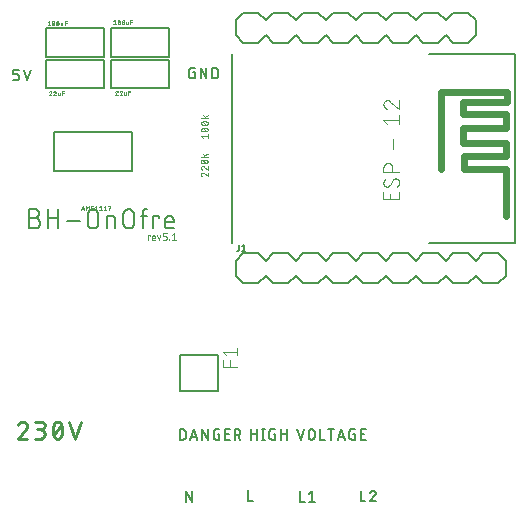
<source format=gbr>
G04 EAGLE Gerber RS-274X export*
G75*
%MOMM*%
%FSLAX34Y34*%
%LPD*%
%INSilkscreen Top*%
%IPPOS*%
%AMOC8*
5,1,8,0,0,1.08239X$1,22.5*%
G01*
%ADD10C,0.152400*%
%ADD11C,0.127000*%
%ADD12C,0.228600*%
%ADD13C,0.050800*%
%ADD14C,0.609600*%
%ADD15C,0.101600*%
%ADD16C,0.203200*%
%ADD17C,0.025400*%


D10*
X33863Y289093D02*
X38378Y289093D01*
X38511Y289091D01*
X38643Y289085D01*
X38775Y289075D01*
X38907Y289062D01*
X39039Y289044D01*
X39169Y289023D01*
X39300Y288998D01*
X39429Y288969D01*
X39557Y288936D01*
X39685Y288900D01*
X39811Y288860D01*
X39936Y288816D01*
X40060Y288768D01*
X40182Y288717D01*
X40303Y288662D01*
X40422Y288604D01*
X40540Y288542D01*
X40655Y288477D01*
X40769Y288408D01*
X40880Y288337D01*
X40989Y288261D01*
X41096Y288183D01*
X41201Y288102D01*
X41303Y288017D01*
X41403Y287930D01*
X41500Y287840D01*
X41595Y287747D01*
X41686Y287651D01*
X41775Y287553D01*
X41861Y287452D01*
X41944Y287348D01*
X42024Y287242D01*
X42100Y287134D01*
X42174Y287024D01*
X42244Y286911D01*
X42311Y286797D01*
X42374Y286680D01*
X42434Y286562D01*
X42491Y286442D01*
X42544Y286320D01*
X42593Y286197D01*
X42639Y286073D01*
X42681Y285947D01*
X42719Y285820D01*
X42754Y285692D01*
X42785Y285563D01*
X42812Y285434D01*
X42835Y285303D01*
X42855Y285172D01*
X42870Y285040D01*
X42882Y284908D01*
X42890Y284776D01*
X42894Y284643D01*
X42894Y284511D01*
X42890Y284378D01*
X42882Y284246D01*
X42870Y284114D01*
X42855Y283982D01*
X42835Y283851D01*
X42812Y283720D01*
X42785Y283591D01*
X42754Y283462D01*
X42719Y283334D01*
X42681Y283207D01*
X42639Y283081D01*
X42593Y282957D01*
X42544Y282834D01*
X42491Y282712D01*
X42434Y282592D01*
X42374Y282474D01*
X42311Y282357D01*
X42244Y282243D01*
X42174Y282130D01*
X42100Y282020D01*
X42024Y281912D01*
X41944Y281806D01*
X41861Y281702D01*
X41775Y281601D01*
X41686Y281503D01*
X41595Y281407D01*
X41500Y281314D01*
X41403Y281224D01*
X41303Y281137D01*
X41201Y281052D01*
X41096Y280971D01*
X40989Y280893D01*
X40880Y280817D01*
X40769Y280746D01*
X40655Y280677D01*
X40540Y280612D01*
X40422Y280550D01*
X40303Y280492D01*
X40182Y280437D01*
X40060Y280386D01*
X39936Y280338D01*
X39811Y280294D01*
X39685Y280254D01*
X39557Y280218D01*
X39429Y280185D01*
X39300Y280156D01*
X39169Y280131D01*
X39039Y280110D01*
X38907Y280092D01*
X38775Y280079D01*
X38643Y280069D01*
X38511Y280063D01*
X38378Y280061D01*
X38378Y280062D02*
X33863Y280062D01*
X33863Y296318D01*
X38378Y296318D01*
X38378Y296317D02*
X38497Y296315D01*
X38617Y296309D01*
X38736Y296299D01*
X38854Y296285D01*
X38973Y296268D01*
X39090Y296246D01*
X39207Y296221D01*
X39322Y296191D01*
X39437Y296158D01*
X39551Y296121D01*
X39663Y296081D01*
X39774Y296036D01*
X39883Y295988D01*
X39991Y295937D01*
X40097Y295882D01*
X40201Y295823D01*
X40303Y295761D01*
X40403Y295696D01*
X40501Y295627D01*
X40597Y295555D01*
X40690Y295480D01*
X40780Y295403D01*
X40868Y295322D01*
X40953Y295238D01*
X41035Y295151D01*
X41115Y295062D01*
X41191Y294970D01*
X41265Y294876D01*
X41335Y294779D01*
X41402Y294681D01*
X41466Y294580D01*
X41526Y294476D01*
X41583Y294371D01*
X41636Y294264D01*
X41686Y294156D01*
X41732Y294046D01*
X41774Y293934D01*
X41813Y293821D01*
X41848Y293707D01*
X41879Y293592D01*
X41907Y293475D01*
X41930Y293358D01*
X41950Y293241D01*
X41966Y293122D01*
X41978Y293003D01*
X41986Y292884D01*
X41990Y292765D01*
X41990Y292645D01*
X41986Y292526D01*
X41978Y292407D01*
X41966Y292288D01*
X41950Y292169D01*
X41930Y292052D01*
X41907Y291935D01*
X41879Y291818D01*
X41848Y291703D01*
X41813Y291589D01*
X41774Y291476D01*
X41732Y291364D01*
X41686Y291254D01*
X41636Y291146D01*
X41583Y291039D01*
X41526Y290934D01*
X41466Y290830D01*
X41402Y290729D01*
X41335Y290631D01*
X41265Y290534D01*
X41191Y290440D01*
X41115Y290348D01*
X41035Y290259D01*
X40953Y290172D01*
X40868Y290088D01*
X40780Y290007D01*
X40690Y289930D01*
X40597Y289855D01*
X40501Y289783D01*
X40403Y289714D01*
X40303Y289649D01*
X40201Y289587D01*
X40097Y289528D01*
X39991Y289473D01*
X39883Y289422D01*
X39774Y289374D01*
X39663Y289329D01*
X39551Y289289D01*
X39437Y289252D01*
X39322Y289219D01*
X39207Y289189D01*
X39090Y289164D01*
X38973Y289142D01*
X38854Y289125D01*
X38736Y289111D01*
X38617Y289101D01*
X38497Y289095D01*
X38378Y289093D01*
X49283Y296318D02*
X49283Y280062D01*
X49283Y289093D02*
X58314Y289093D01*
X58314Y296318D02*
X58314Y280062D01*
X65574Y286383D02*
X76411Y286383D01*
X83151Y284577D02*
X83151Y291802D01*
X83150Y291802D02*
X83152Y291935D01*
X83158Y292067D01*
X83168Y292199D01*
X83181Y292331D01*
X83199Y292463D01*
X83220Y292593D01*
X83245Y292724D01*
X83274Y292853D01*
X83307Y292981D01*
X83343Y293109D01*
X83383Y293235D01*
X83427Y293360D01*
X83475Y293484D01*
X83526Y293606D01*
X83581Y293727D01*
X83639Y293846D01*
X83701Y293964D01*
X83766Y294079D01*
X83835Y294193D01*
X83906Y294304D01*
X83982Y294413D01*
X84060Y294520D01*
X84141Y294625D01*
X84226Y294727D01*
X84313Y294827D01*
X84403Y294924D01*
X84496Y295019D01*
X84592Y295110D01*
X84690Y295199D01*
X84791Y295285D01*
X84895Y295368D01*
X85001Y295448D01*
X85109Y295524D01*
X85219Y295598D01*
X85332Y295668D01*
X85446Y295735D01*
X85563Y295798D01*
X85681Y295858D01*
X85801Y295915D01*
X85923Y295968D01*
X86046Y296017D01*
X86170Y296063D01*
X86296Y296105D01*
X86423Y296143D01*
X86551Y296178D01*
X86680Y296209D01*
X86809Y296236D01*
X86940Y296259D01*
X87071Y296279D01*
X87203Y296294D01*
X87335Y296306D01*
X87467Y296314D01*
X87600Y296318D01*
X87732Y296318D01*
X87865Y296314D01*
X87997Y296306D01*
X88129Y296294D01*
X88261Y296279D01*
X88392Y296259D01*
X88523Y296236D01*
X88652Y296209D01*
X88781Y296178D01*
X88909Y296143D01*
X89036Y296105D01*
X89162Y296063D01*
X89286Y296017D01*
X89409Y295968D01*
X89531Y295915D01*
X89651Y295858D01*
X89769Y295798D01*
X89886Y295735D01*
X90000Y295668D01*
X90113Y295598D01*
X90223Y295524D01*
X90331Y295448D01*
X90437Y295368D01*
X90541Y295285D01*
X90642Y295199D01*
X90740Y295110D01*
X90836Y295019D01*
X90929Y294924D01*
X91019Y294827D01*
X91106Y294727D01*
X91191Y294625D01*
X91272Y294520D01*
X91350Y294413D01*
X91426Y294304D01*
X91497Y294193D01*
X91566Y294079D01*
X91631Y293964D01*
X91693Y293846D01*
X91751Y293727D01*
X91806Y293606D01*
X91857Y293484D01*
X91905Y293360D01*
X91949Y293235D01*
X91989Y293109D01*
X92025Y292981D01*
X92058Y292853D01*
X92087Y292724D01*
X92112Y292593D01*
X92133Y292463D01*
X92151Y292331D01*
X92164Y292199D01*
X92174Y292067D01*
X92180Y291935D01*
X92182Y291802D01*
X92182Y284577D01*
X92180Y284444D01*
X92174Y284312D01*
X92164Y284180D01*
X92151Y284048D01*
X92133Y283916D01*
X92112Y283786D01*
X92087Y283655D01*
X92058Y283526D01*
X92025Y283398D01*
X91989Y283270D01*
X91949Y283144D01*
X91905Y283019D01*
X91857Y282895D01*
X91806Y282773D01*
X91751Y282652D01*
X91693Y282533D01*
X91631Y282415D01*
X91566Y282300D01*
X91497Y282186D01*
X91426Y282075D01*
X91350Y281966D01*
X91272Y281859D01*
X91191Y281754D01*
X91106Y281652D01*
X91019Y281552D01*
X90929Y281455D01*
X90836Y281360D01*
X90740Y281269D01*
X90642Y281180D01*
X90541Y281094D01*
X90437Y281011D01*
X90331Y280931D01*
X90223Y280855D01*
X90113Y280781D01*
X90000Y280711D01*
X89886Y280644D01*
X89769Y280581D01*
X89651Y280521D01*
X89531Y280464D01*
X89409Y280411D01*
X89286Y280362D01*
X89162Y280316D01*
X89036Y280274D01*
X88909Y280236D01*
X88781Y280201D01*
X88652Y280170D01*
X88523Y280143D01*
X88392Y280120D01*
X88261Y280100D01*
X88129Y280085D01*
X87997Y280073D01*
X87865Y280065D01*
X87732Y280061D01*
X87600Y280061D01*
X87467Y280065D01*
X87335Y280073D01*
X87203Y280085D01*
X87071Y280100D01*
X86940Y280120D01*
X86809Y280143D01*
X86680Y280170D01*
X86551Y280201D01*
X86423Y280236D01*
X86296Y280274D01*
X86170Y280316D01*
X86046Y280362D01*
X85923Y280411D01*
X85801Y280464D01*
X85681Y280521D01*
X85563Y280581D01*
X85446Y280644D01*
X85332Y280711D01*
X85219Y280781D01*
X85109Y280855D01*
X85001Y280931D01*
X84895Y281011D01*
X84791Y281094D01*
X84690Y281180D01*
X84592Y281269D01*
X84496Y281360D01*
X84403Y281455D01*
X84313Y281552D01*
X84226Y281652D01*
X84141Y281754D01*
X84060Y281859D01*
X83982Y281966D01*
X83906Y282075D01*
X83835Y282186D01*
X83766Y282300D01*
X83701Y282415D01*
X83639Y282533D01*
X83581Y282652D01*
X83526Y282773D01*
X83475Y282895D01*
X83427Y283019D01*
X83383Y283144D01*
X83343Y283270D01*
X83307Y283398D01*
X83274Y283526D01*
X83245Y283655D01*
X83220Y283786D01*
X83199Y283916D01*
X83181Y284048D01*
X83168Y284180D01*
X83158Y284312D01*
X83152Y284444D01*
X83150Y284577D01*
X99164Y280062D02*
X99164Y290899D01*
X103679Y290899D01*
X103679Y290898D02*
X103783Y290896D01*
X103886Y290890D01*
X103990Y290880D01*
X104093Y290866D01*
X104195Y290848D01*
X104296Y290827D01*
X104397Y290801D01*
X104496Y290772D01*
X104595Y290739D01*
X104692Y290702D01*
X104787Y290661D01*
X104881Y290617D01*
X104973Y290569D01*
X105063Y290518D01*
X105152Y290463D01*
X105238Y290405D01*
X105321Y290343D01*
X105403Y290279D01*
X105481Y290211D01*
X105557Y290141D01*
X105631Y290068D01*
X105701Y289991D01*
X105769Y289913D01*
X105833Y289831D01*
X105895Y289748D01*
X105953Y289662D01*
X106008Y289573D01*
X106059Y289483D01*
X106107Y289391D01*
X106151Y289297D01*
X106192Y289202D01*
X106229Y289105D01*
X106262Y289006D01*
X106291Y288907D01*
X106317Y288806D01*
X106338Y288705D01*
X106356Y288603D01*
X106370Y288500D01*
X106380Y288396D01*
X106386Y288293D01*
X106388Y288189D01*
X106389Y288190D02*
X106389Y280062D01*
X113371Y284577D02*
X113371Y291802D01*
X113370Y291802D02*
X113372Y291935D01*
X113378Y292067D01*
X113388Y292199D01*
X113401Y292331D01*
X113419Y292463D01*
X113440Y292593D01*
X113465Y292724D01*
X113494Y292853D01*
X113527Y292981D01*
X113563Y293109D01*
X113603Y293235D01*
X113647Y293360D01*
X113695Y293484D01*
X113746Y293606D01*
X113801Y293727D01*
X113859Y293846D01*
X113921Y293964D01*
X113986Y294079D01*
X114055Y294193D01*
X114126Y294304D01*
X114202Y294413D01*
X114280Y294520D01*
X114361Y294625D01*
X114446Y294727D01*
X114533Y294827D01*
X114623Y294924D01*
X114716Y295019D01*
X114812Y295110D01*
X114910Y295199D01*
X115011Y295285D01*
X115115Y295368D01*
X115221Y295448D01*
X115329Y295524D01*
X115439Y295598D01*
X115552Y295668D01*
X115666Y295735D01*
X115783Y295798D01*
X115901Y295858D01*
X116021Y295915D01*
X116143Y295968D01*
X116266Y296017D01*
X116390Y296063D01*
X116516Y296105D01*
X116643Y296143D01*
X116771Y296178D01*
X116900Y296209D01*
X117029Y296236D01*
X117160Y296259D01*
X117291Y296279D01*
X117423Y296294D01*
X117555Y296306D01*
X117687Y296314D01*
X117820Y296318D01*
X117952Y296318D01*
X118085Y296314D01*
X118217Y296306D01*
X118349Y296294D01*
X118481Y296279D01*
X118612Y296259D01*
X118743Y296236D01*
X118872Y296209D01*
X119001Y296178D01*
X119129Y296143D01*
X119256Y296105D01*
X119382Y296063D01*
X119506Y296017D01*
X119629Y295968D01*
X119751Y295915D01*
X119871Y295858D01*
X119989Y295798D01*
X120106Y295735D01*
X120220Y295668D01*
X120333Y295598D01*
X120443Y295524D01*
X120551Y295448D01*
X120657Y295368D01*
X120761Y295285D01*
X120862Y295199D01*
X120960Y295110D01*
X121056Y295019D01*
X121149Y294924D01*
X121239Y294827D01*
X121326Y294727D01*
X121411Y294625D01*
X121492Y294520D01*
X121570Y294413D01*
X121646Y294304D01*
X121717Y294193D01*
X121786Y294079D01*
X121851Y293964D01*
X121913Y293846D01*
X121971Y293727D01*
X122026Y293606D01*
X122077Y293484D01*
X122125Y293360D01*
X122169Y293235D01*
X122209Y293109D01*
X122245Y292981D01*
X122278Y292853D01*
X122307Y292724D01*
X122332Y292593D01*
X122353Y292463D01*
X122371Y292331D01*
X122384Y292199D01*
X122394Y292067D01*
X122400Y291935D01*
X122402Y291802D01*
X122402Y284577D01*
X122400Y284444D01*
X122394Y284312D01*
X122384Y284180D01*
X122371Y284048D01*
X122353Y283916D01*
X122332Y283786D01*
X122307Y283655D01*
X122278Y283526D01*
X122245Y283398D01*
X122209Y283270D01*
X122169Y283144D01*
X122125Y283019D01*
X122077Y282895D01*
X122026Y282773D01*
X121971Y282652D01*
X121913Y282533D01*
X121851Y282415D01*
X121786Y282300D01*
X121717Y282186D01*
X121646Y282075D01*
X121570Y281966D01*
X121492Y281859D01*
X121411Y281754D01*
X121326Y281652D01*
X121239Y281552D01*
X121149Y281455D01*
X121056Y281360D01*
X120960Y281269D01*
X120862Y281180D01*
X120761Y281094D01*
X120657Y281011D01*
X120551Y280931D01*
X120443Y280855D01*
X120333Y280781D01*
X120220Y280711D01*
X120106Y280644D01*
X119989Y280581D01*
X119871Y280521D01*
X119751Y280464D01*
X119629Y280411D01*
X119506Y280362D01*
X119382Y280316D01*
X119256Y280274D01*
X119129Y280236D01*
X119001Y280201D01*
X118872Y280170D01*
X118743Y280143D01*
X118612Y280120D01*
X118481Y280100D01*
X118349Y280085D01*
X118217Y280073D01*
X118085Y280065D01*
X117952Y280061D01*
X117820Y280061D01*
X117687Y280065D01*
X117555Y280073D01*
X117423Y280085D01*
X117291Y280100D01*
X117160Y280120D01*
X117029Y280143D01*
X116900Y280170D01*
X116771Y280201D01*
X116643Y280236D01*
X116516Y280274D01*
X116390Y280316D01*
X116266Y280362D01*
X116143Y280411D01*
X116021Y280464D01*
X115901Y280521D01*
X115783Y280581D01*
X115666Y280644D01*
X115552Y280711D01*
X115439Y280781D01*
X115329Y280855D01*
X115221Y280931D01*
X115115Y281011D01*
X115011Y281094D01*
X114910Y281180D01*
X114812Y281269D01*
X114716Y281360D01*
X114623Y281455D01*
X114533Y281552D01*
X114446Y281652D01*
X114361Y281754D01*
X114280Y281859D01*
X114202Y281966D01*
X114126Y282075D01*
X114055Y282186D01*
X113986Y282300D01*
X113921Y282415D01*
X113859Y282533D01*
X113801Y282652D01*
X113746Y282773D01*
X113695Y282895D01*
X113647Y283019D01*
X113603Y283144D01*
X113563Y283270D01*
X113527Y283398D01*
X113494Y283526D01*
X113465Y283655D01*
X113440Y283786D01*
X113419Y283916D01*
X113401Y284048D01*
X113388Y284180D01*
X113378Y284312D01*
X113372Y284444D01*
X113370Y284577D01*
X129751Y280062D02*
X129751Y293608D01*
X129753Y293712D01*
X129759Y293815D01*
X129769Y293919D01*
X129783Y294022D01*
X129801Y294124D01*
X129822Y294225D01*
X129848Y294326D01*
X129877Y294425D01*
X129910Y294524D01*
X129947Y294621D01*
X129988Y294716D01*
X130032Y294810D01*
X130080Y294902D01*
X130131Y294992D01*
X130186Y295081D01*
X130244Y295167D01*
X130306Y295250D01*
X130370Y295332D01*
X130438Y295410D01*
X130508Y295486D01*
X130581Y295560D01*
X130658Y295630D01*
X130736Y295698D01*
X130818Y295762D01*
X130901Y295824D01*
X130987Y295882D01*
X131076Y295937D01*
X131166Y295988D01*
X131258Y296036D01*
X131352Y296080D01*
X131447Y296121D01*
X131544Y296158D01*
X131643Y296191D01*
X131742Y296220D01*
X131843Y296246D01*
X131944Y296267D01*
X132046Y296285D01*
X132149Y296299D01*
X132253Y296309D01*
X132356Y296315D01*
X132460Y296317D01*
X132460Y296318D02*
X133363Y296318D01*
X133363Y290899D02*
X127945Y290899D01*
X138327Y290899D02*
X138327Y280062D01*
X138327Y290899D02*
X143745Y290899D01*
X143745Y289093D01*
X151372Y280062D02*
X155888Y280062D01*
X151372Y280062D02*
X151271Y280064D01*
X151170Y280070D01*
X151069Y280079D01*
X150968Y280092D01*
X150868Y280109D01*
X150769Y280130D01*
X150671Y280154D01*
X150574Y280182D01*
X150477Y280214D01*
X150382Y280249D01*
X150289Y280288D01*
X150197Y280330D01*
X150106Y280376D01*
X150018Y280425D01*
X149931Y280477D01*
X149846Y280533D01*
X149763Y280591D01*
X149683Y280653D01*
X149605Y280718D01*
X149529Y280785D01*
X149456Y280855D01*
X149386Y280928D01*
X149319Y281004D01*
X149254Y281082D01*
X149192Y281162D01*
X149134Y281245D01*
X149078Y281330D01*
X149026Y281417D01*
X148977Y281505D01*
X148931Y281596D01*
X148889Y281688D01*
X148850Y281781D01*
X148815Y281876D01*
X148783Y281973D01*
X148755Y282070D01*
X148731Y282168D01*
X148710Y282267D01*
X148693Y282367D01*
X148680Y282468D01*
X148671Y282569D01*
X148665Y282670D01*
X148663Y282771D01*
X148663Y287286D01*
X148665Y287405D01*
X148671Y287525D01*
X148681Y287644D01*
X148695Y287762D01*
X148712Y287881D01*
X148734Y287998D01*
X148759Y288115D01*
X148789Y288230D01*
X148822Y288345D01*
X148859Y288459D01*
X148899Y288571D01*
X148944Y288682D01*
X148992Y288791D01*
X149043Y288899D01*
X149098Y289005D01*
X149157Y289109D01*
X149219Y289211D01*
X149284Y289311D01*
X149353Y289409D01*
X149425Y289505D01*
X149500Y289598D01*
X149577Y289688D01*
X149658Y289776D01*
X149742Y289861D01*
X149829Y289943D01*
X149918Y290023D01*
X150010Y290099D01*
X150104Y290173D01*
X150201Y290243D01*
X150299Y290310D01*
X150400Y290374D01*
X150504Y290434D01*
X150609Y290491D01*
X150716Y290544D01*
X150824Y290594D01*
X150934Y290640D01*
X151046Y290682D01*
X151159Y290721D01*
X151273Y290756D01*
X151388Y290787D01*
X151505Y290815D01*
X151622Y290838D01*
X151739Y290858D01*
X151858Y290874D01*
X151977Y290886D01*
X152096Y290894D01*
X152215Y290898D01*
X152335Y290898D01*
X152454Y290894D01*
X152573Y290886D01*
X152692Y290874D01*
X152811Y290858D01*
X152928Y290838D01*
X153045Y290815D01*
X153162Y290787D01*
X153277Y290756D01*
X153391Y290721D01*
X153504Y290682D01*
X153616Y290640D01*
X153726Y290594D01*
X153834Y290544D01*
X153941Y290491D01*
X154046Y290434D01*
X154150Y290374D01*
X154251Y290310D01*
X154349Y290243D01*
X154446Y290173D01*
X154540Y290099D01*
X154632Y290023D01*
X154721Y289943D01*
X154808Y289861D01*
X154892Y289776D01*
X154973Y289688D01*
X155050Y289598D01*
X155125Y289505D01*
X155197Y289409D01*
X155266Y289311D01*
X155331Y289211D01*
X155393Y289109D01*
X155452Y289005D01*
X155507Y288899D01*
X155558Y288791D01*
X155606Y288682D01*
X155651Y288571D01*
X155691Y288459D01*
X155728Y288345D01*
X155761Y288230D01*
X155791Y288115D01*
X155816Y287998D01*
X155838Y287881D01*
X155855Y287762D01*
X155869Y287644D01*
X155879Y287525D01*
X155885Y287405D01*
X155887Y287286D01*
X155888Y287286D02*
X155888Y285480D01*
X148663Y285480D01*
D11*
X23204Y405612D02*
X20240Y405612D01*
X23204Y405611D02*
X23293Y405613D01*
X23381Y405619D01*
X23469Y405629D01*
X23557Y405643D01*
X23644Y405661D01*
X23730Y405682D01*
X23815Y405708D01*
X23898Y405737D01*
X23981Y405770D01*
X24061Y405807D01*
X24140Y405847D01*
X24217Y405891D01*
X24293Y405938D01*
X24365Y405988D01*
X24436Y406042D01*
X24504Y406099D01*
X24570Y406159D01*
X24632Y406221D01*
X24692Y406287D01*
X24749Y406355D01*
X24803Y406426D01*
X24853Y406498D01*
X24900Y406573D01*
X24944Y406651D01*
X24984Y406730D01*
X25021Y406810D01*
X25054Y406893D01*
X25083Y406976D01*
X25109Y407061D01*
X25130Y407147D01*
X25148Y407234D01*
X25162Y407322D01*
X25172Y407410D01*
X25178Y407498D01*
X25180Y407587D01*
X25179Y407587D02*
X25179Y408575D01*
X25180Y408575D02*
X25178Y408661D01*
X25172Y408747D01*
X25163Y408833D01*
X25150Y408918D01*
X25133Y409003D01*
X25113Y409086D01*
X25089Y409169D01*
X25061Y409251D01*
X25030Y409331D01*
X24995Y409410D01*
X24957Y409487D01*
X24915Y409563D01*
X24871Y409637D01*
X24823Y409708D01*
X24772Y409778D01*
X24718Y409845D01*
X24661Y409910D01*
X24601Y409972D01*
X24539Y410032D01*
X24474Y410089D01*
X24407Y410143D01*
X24337Y410194D01*
X24266Y410242D01*
X24192Y410286D01*
X24116Y410328D01*
X24039Y410366D01*
X23960Y410401D01*
X23880Y410432D01*
X23798Y410460D01*
X23715Y410484D01*
X23632Y410504D01*
X23547Y410521D01*
X23462Y410534D01*
X23376Y410543D01*
X23290Y410549D01*
X23204Y410551D01*
X23204Y410550D02*
X20240Y410550D01*
X20240Y414502D01*
X25179Y414502D01*
X28891Y414502D02*
X31854Y405612D01*
X34817Y414502D01*
X172524Y412042D02*
X174006Y412042D01*
X174006Y407104D01*
X171043Y407104D01*
X171043Y407103D02*
X170957Y407105D01*
X170871Y407111D01*
X170785Y407120D01*
X170700Y407133D01*
X170615Y407150D01*
X170532Y407170D01*
X170449Y407194D01*
X170367Y407222D01*
X170287Y407253D01*
X170208Y407288D01*
X170131Y407326D01*
X170055Y407368D01*
X169981Y407412D01*
X169910Y407460D01*
X169840Y407511D01*
X169773Y407565D01*
X169708Y407622D01*
X169646Y407682D01*
X169586Y407744D01*
X169529Y407809D01*
X169475Y407876D01*
X169424Y407946D01*
X169376Y408017D01*
X169332Y408091D01*
X169290Y408167D01*
X169252Y408244D01*
X169217Y408323D01*
X169186Y408403D01*
X169158Y408485D01*
X169134Y408568D01*
X169114Y408651D01*
X169097Y408736D01*
X169084Y408821D01*
X169075Y408907D01*
X169069Y408993D01*
X169067Y409079D01*
X169067Y414018D01*
X169069Y414107D01*
X169075Y414195D01*
X169085Y414283D01*
X169099Y414371D01*
X169117Y414458D01*
X169138Y414544D01*
X169164Y414629D01*
X169193Y414712D01*
X169226Y414795D01*
X169263Y414875D01*
X169303Y414954D01*
X169347Y415031D01*
X169394Y415107D01*
X169444Y415179D01*
X169498Y415250D01*
X169555Y415318D01*
X169615Y415384D01*
X169677Y415446D01*
X169743Y415506D01*
X169811Y415563D01*
X169882Y415617D01*
X169954Y415667D01*
X170029Y415714D01*
X170107Y415758D01*
X170186Y415798D01*
X170266Y415835D01*
X170349Y415868D01*
X170432Y415897D01*
X170517Y415923D01*
X170603Y415944D01*
X170690Y415962D01*
X170778Y415976D01*
X170866Y415986D01*
X170954Y415992D01*
X171043Y415994D01*
X174006Y415994D01*
X178821Y415994D02*
X178821Y407104D01*
X183760Y407104D02*
X178821Y415994D01*
X183760Y415994D02*
X183760Y407104D01*
X188574Y407104D02*
X188574Y415994D01*
X191044Y415994D01*
X191044Y415993D02*
X191141Y415991D01*
X191238Y415985D01*
X191334Y415976D01*
X191430Y415963D01*
X191526Y415946D01*
X191620Y415925D01*
X191714Y415900D01*
X191807Y415872D01*
X191899Y415840D01*
X191989Y415805D01*
X192078Y415766D01*
X192165Y415724D01*
X192250Y415678D01*
X192334Y415629D01*
X192416Y415577D01*
X192495Y415521D01*
X192573Y415463D01*
X192647Y415401D01*
X192720Y415337D01*
X192790Y415270D01*
X192857Y415200D01*
X192921Y415127D01*
X192983Y415053D01*
X193041Y414975D01*
X193097Y414896D01*
X193149Y414814D01*
X193198Y414730D01*
X193244Y414645D01*
X193286Y414558D01*
X193325Y414469D01*
X193360Y414379D01*
X193392Y414287D01*
X193420Y414194D01*
X193445Y414100D01*
X193466Y414006D01*
X193483Y413910D01*
X193496Y413814D01*
X193505Y413718D01*
X193511Y413621D01*
X193513Y413524D01*
X193513Y409573D01*
X193511Y409476D01*
X193505Y409379D01*
X193496Y409283D01*
X193483Y409187D01*
X193466Y409091D01*
X193445Y408997D01*
X193420Y408903D01*
X193392Y408810D01*
X193360Y408718D01*
X193325Y408628D01*
X193286Y408539D01*
X193244Y408452D01*
X193198Y408367D01*
X193149Y408283D01*
X193097Y408201D01*
X193041Y408122D01*
X192983Y408044D01*
X192921Y407970D01*
X192857Y407897D01*
X192790Y407827D01*
X192720Y407760D01*
X192647Y407696D01*
X192573Y407634D01*
X192495Y407576D01*
X192416Y407520D01*
X192334Y407468D01*
X192250Y407419D01*
X192165Y407373D01*
X192078Y407331D01*
X191989Y407292D01*
X191899Y407257D01*
X191807Y407225D01*
X191714Y407197D01*
X191620Y407172D01*
X191526Y407151D01*
X191430Y407134D01*
X191334Y407121D01*
X191238Y407112D01*
X191141Y407106D01*
X191044Y407104D01*
X188574Y407104D01*
X161187Y110171D02*
X161187Y101281D01*
X161187Y110171D02*
X163656Y110171D01*
X163753Y110169D01*
X163850Y110163D01*
X163946Y110154D01*
X164042Y110141D01*
X164138Y110124D01*
X164232Y110103D01*
X164326Y110078D01*
X164419Y110050D01*
X164511Y110018D01*
X164601Y109983D01*
X164690Y109944D01*
X164777Y109902D01*
X164862Y109856D01*
X164946Y109807D01*
X165028Y109755D01*
X165107Y109699D01*
X165185Y109641D01*
X165259Y109579D01*
X165332Y109515D01*
X165402Y109448D01*
X165469Y109378D01*
X165533Y109305D01*
X165595Y109231D01*
X165653Y109153D01*
X165709Y109074D01*
X165761Y108992D01*
X165810Y108908D01*
X165856Y108823D01*
X165898Y108736D01*
X165937Y108647D01*
X165972Y108557D01*
X166004Y108465D01*
X166032Y108372D01*
X166057Y108278D01*
X166078Y108184D01*
X166095Y108088D01*
X166108Y107992D01*
X166117Y107896D01*
X166123Y107799D01*
X166125Y107702D01*
X166126Y107702D02*
X166126Y103751D01*
X166125Y103751D02*
X166123Y103654D01*
X166117Y103557D01*
X166108Y103461D01*
X166095Y103365D01*
X166078Y103269D01*
X166057Y103175D01*
X166032Y103081D01*
X166004Y102988D01*
X165972Y102896D01*
X165937Y102806D01*
X165898Y102717D01*
X165856Y102630D01*
X165810Y102545D01*
X165761Y102461D01*
X165709Y102379D01*
X165653Y102300D01*
X165595Y102222D01*
X165533Y102148D01*
X165469Y102075D01*
X165402Y102005D01*
X165332Y101938D01*
X165259Y101874D01*
X165185Y101812D01*
X165107Y101754D01*
X165028Y101698D01*
X164946Y101646D01*
X164862Y101597D01*
X164777Y101551D01*
X164690Y101509D01*
X164601Y101470D01*
X164511Y101435D01*
X164419Y101403D01*
X164326Y101375D01*
X164232Y101350D01*
X164138Y101329D01*
X164042Y101312D01*
X163946Y101299D01*
X163850Y101290D01*
X163753Y101284D01*
X163656Y101282D01*
X163656Y101281D02*
X161187Y101281D01*
X170142Y101281D02*
X173105Y110171D01*
X176069Y101281D01*
X175328Y103504D02*
X170883Y103504D01*
X180085Y101281D02*
X180085Y110171D01*
X185023Y101281D01*
X185023Y110171D01*
X193295Y106220D02*
X194777Y106220D01*
X194777Y101281D01*
X191814Y101281D01*
X191728Y101283D01*
X191642Y101289D01*
X191556Y101298D01*
X191471Y101311D01*
X191386Y101328D01*
X191303Y101348D01*
X191220Y101372D01*
X191138Y101400D01*
X191058Y101431D01*
X190979Y101466D01*
X190902Y101504D01*
X190826Y101546D01*
X190752Y101590D01*
X190681Y101638D01*
X190611Y101689D01*
X190544Y101743D01*
X190479Y101800D01*
X190417Y101860D01*
X190357Y101922D01*
X190300Y101987D01*
X190246Y102054D01*
X190195Y102124D01*
X190147Y102195D01*
X190103Y102269D01*
X190061Y102345D01*
X190023Y102422D01*
X189988Y102501D01*
X189957Y102581D01*
X189929Y102663D01*
X189905Y102746D01*
X189885Y102829D01*
X189868Y102914D01*
X189855Y102999D01*
X189846Y103085D01*
X189840Y103171D01*
X189838Y103257D01*
X189838Y108196D01*
X189840Y108285D01*
X189846Y108373D01*
X189856Y108461D01*
X189870Y108549D01*
X189888Y108636D01*
X189909Y108722D01*
X189935Y108807D01*
X189964Y108890D01*
X189997Y108973D01*
X190034Y109053D01*
X190074Y109132D01*
X190118Y109209D01*
X190165Y109285D01*
X190215Y109357D01*
X190269Y109428D01*
X190326Y109496D01*
X190386Y109562D01*
X190448Y109624D01*
X190514Y109684D01*
X190582Y109741D01*
X190653Y109795D01*
X190725Y109845D01*
X190800Y109892D01*
X190878Y109936D01*
X190957Y109976D01*
X191037Y110013D01*
X191120Y110046D01*
X191203Y110075D01*
X191288Y110101D01*
X191374Y110122D01*
X191461Y110140D01*
X191549Y110154D01*
X191637Y110164D01*
X191725Y110170D01*
X191814Y110172D01*
X191814Y110171D02*
X194777Y110171D01*
X199615Y101281D02*
X203566Y101281D01*
X199615Y101281D02*
X199615Y110171D01*
X203566Y110171D01*
X202578Y106220D02*
X199615Y106220D01*
X207592Y110171D02*
X207592Y101281D01*
X207592Y110171D02*
X210061Y110171D01*
X210159Y110169D01*
X210257Y110163D01*
X210355Y110153D01*
X210452Y110140D01*
X210549Y110122D01*
X210645Y110101D01*
X210739Y110076D01*
X210833Y110047D01*
X210926Y110015D01*
X211017Y109978D01*
X211107Y109939D01*
X211195Y109895D01*
X211281Y109848D01*
X211366Y109798D01*
X211448Y109745D01*
X211528Y109688D01*
X211606Y109628D01*
X211681Y109565D01*
X211754Y109499D01*
X211824Y109430D01*
X211891Y109359D01*
X211956Y109285D01*
X212017Y109208D01*
X212076Y109129D01*
X212131Y109048D01*
X212183Y108965D01*
X212231Y108879D01*
X212276Y108792D01*
X212318Y108703D01*
X212356Y108613D01*
X212390Y108521D01*
X212421Y108428D01*
X212448Y108333D01*
X212471Y108238D01*
X212491Y108141D01*
X212506Y108045D01*
X212518Y107947D01*
X212526Y107849D01*
X212530Y107751D01*
X212530Y107653D01*
X212526Y107555D01*
X212518Y107457D01*
X212506Y107359D01*
X212491Y107263D01*
X212471Y107166D01*
X212448Y107071D01*
X212421Y106976D01*
X212390Y106883D01*
X212356Y106791D01*
X212318Y106701D01*
X212276Y106612D01*
X212231Y106525D01*
X212183Y106439D01*
X212131Y106356D01*
X212076Y106275D01*
X212017Y106196D01*
X211956Y106119D01*
X211891Y106045D01*
X211824Y105974D01*
X211754Y105905D01*
X211681Y105839D01*
X211606Y105776D01*
X211528Y105716D01*
X211448Y105659D01*
X211366Y105606D01*
X211281Y105556D01*
X211195Y105509D01*
X211107Y105465D01*
X211017Y105426D01*
X210926Y105389D01*
X210833Y105357D01*
X210739Y105328D01*
X210645Y105303D01*
X210549Y105282D01*
X210452Y105264D01*
X210355Y105251D01*
X210257Y105241D01*
X210159Y105235D01*
X210061Y105233D01*
X207592Y105233D01*
X210555Y105233D02*
X212531Y101281D01*
X221842Y101281D02*
X221842Y110171D01*
X221842Y106220D02*
X226781Y106220D01*
X226781Y110171D02*
X226781Y101281D01*
X231931Y101281D02*
X231931Y110171D01*
X230944Y101281D02*
X232919Y101281D01*
X232919Y110171D02*
X230944Y110171D01*
X240539Y106220D02*
X242021Y106220D01*
X242021Y101281D01*
X239057Y101281D01*
X238971Y101283D01*
X238885Y101289D01*
X238799Y101298D01*
X238714Y101311D01*
X238629Y101328D01*
X238546Y101348D01*
X238463Y101372D01*
X238381Y101400D01*
X238301Y101431D01*
X238222Y101466D01*
X238145Y101504D01*
X238069Y101546D01*
X237995Y101590D01*
X237924Y101638D01*
X237854Y101689D01*
X237787Y101743D01*
X237722Y101800D01*
X237660Y101860D01*
X237600Y101922D01*
X237543Y101987D01*
X237489Y102054D01*
X237438Y102124D01*
X237390Y102195D01*
X237346Y102269D01*
X237304Y102345D01*
X237266Y102422D01*
X237231Y102501D01*
X237200Y102581D01*
X237172Y102663D01*
X237148Y102746D01*
X237128Y102829D01*
X237111Y102914D01*
X237098Y102999D01*
X237089Y103085D01*
X237083Y103171D01*
X237081Y103257D01*
X237082Y103257D02*
X237082Y108196D01*
X237081Y108196D02*
X237083Y108285D01*
X237089Y108373D01*
X237099Y108461D01*
X237113Y108549D01*
X237131Y108636D01*
X237152Y108722D01*
X237178Y108807D01*
X237207Y108890D01*
X237240Y108973D01*
X237277Y109053D01*
X237317Y109132D01*
X237361Y109209D01*
X237408Y109285D01*
X237458Y109357D01*
X237512Y109428D01*
X237569Y109496D01*
X237629Y109562D01*
X237691Y109624D01*
X237757Y109684D01*
X237825Y109741D01*
X237896Y109795D01*
X237968Y109845D01*
X238043Y109892D01*
X238121Y109936D01*
X238200Y109976D01*
X238280Y110013D01*
X238363Y110046D01*
X238446Y110075D01*
X238531Y110101D01*
X238617Y110122D01*
X238704Y110140D01*
X238792Y110154D01*
X238880Y110164D01*
X238968Y110170D01*
X239057Y110172D01*
X239057Y110171D02*
X242021Y110171D01*
X246835Y110171D02*
X246835Y101281D01*
X246835Y106220D02*
X251774Y106220D01*
X251774Y110171D02*
X251774Y101281D01*
X263630Y101281D02*
X260667Y110171D01*
X266594Y110171D02*
X263630Y101281D01*
X270305Y103751D02*
X270305Y107702D01*
X270307Y107800D01*
X270313Y107898D01*
X270323Y107996D01*
X270336Y108093D01*
X270354Y108190D01*
X270375Y108286D01*
X270400Y108380D01*
X270429Y108474D01*
X270461Y108567D01*
X270498Y108658D01*
X270537Y108748D01*
X270581Y108836D01*
X270628Y108922D01*
X270678Y109007D01*
X270731Y109089D01*
X270788Y109169D01*
X270848Y109247D01*
X270911Y109322D01*
X270977Y109395D01*
X271046Y109465D01*
X271117Y109532D01*
X271191Y109597D01*
X271268Y109658D01*
X271347Y109717D01*
X271428Y109772D01*
X271511Y109824D01*
X271597Y109872D01*
X271684Y109917D01*
X271773Y109959D01*
X271863Y109997D01*
X271955Y110031D01*
X272048Y110062D01*
X272143Y110089D01*
X272238Y110112D01*
X272335Y110132D01*
X272431Y110147D01*
X272529Y110159D01*
X272627Y110167D01*
X272725Y110171D01*
X272823Y110171D01*
X272921Y110167D01*
X273019Y110159D01*
X273117Y110147D01*
X273213Y110132D01*
X273310Y110112D01*
X273405Y110089D01*
X273500Y110062D01*
X273593Y110031D01*
X273685Y109997D01*
X273775Y109959D01*
X273864Y109917D01*
X273951Y109872D01*
X274037Y109824D01*
X274120Y109772D01*
X274201Y109717D01*
X274280Y109658D01*
X274357Y109597D01*
X274431Y109532D01*
X274502Y109465D01*
X274571Y109395D01*
X274637Y109322D01*
X274700Y109247D01*
X274760Y109169D01*
X274817Y109089D01*
X274870Y109007D01*
X274920Y108922D01*
X274967Y108836D01*
X275011Y108748D01*
X275050Y108658D01*
X275087Y108567D01*
X275119Y108474D01*
X275148Y108380D01*
X275173Y108286D01*
X275194Y108190D01*
X275212Y108093D01*
X275225Y107996D01*
X275235Y107898D01*
X275241Y107800D01*
X275243Y107702D01*
X275244Y107702D02*
X275244Y103751D01*
X275243Y103751D02*
X275241Y103653D01*
X275235Y103555D01*
X275225Y103457D01*
X275212Y103360D01*
X275194Y103263D01*
X275173Y103167D01*
X275148Y103073D01*
X275119Y102979D01*
X275087Y102886D01*
X275050Y102795D01*
X275011Y102705D01*
X274967Y102617D01*
X274920Y102531D01*
X274870Y102446D01*
X274817Y102364D01*
X274760Y102284D01*
X274700Y102206D01*
X274637Y102131D01*
X274571Y102058D01*
X274502Y101988D01*
X274431Y101921D01*
X274357Y101856D01*
X274280Y101795D01*
X274201Y101736D01*
X274120Y101681D01*
X274037Y101629D01*
X273951Y101581D01*
X273864Y101536D01*
X273775Y101494D01*
X273685Y101456D01*
X273593Y101422D01*
X273500Y101391D01*
X273405Y101364D01*
X273310Y101341D01*
X273213Y101321D01*
X273117Y101306D01*
X273019Y101294D01*
X272921Y101286D01*
X272823Y101282D01*
X272725Y101282D01*
X272627Y101286D01*
X272529Y101294D01*
X272431Y101306D01*
X272335Y101321D01*
X272238Y101341D01*
X272143Y101364D01*
X272048Y101391D01*
X271955Y101422D01*
X271863Y101456D01*
X271773Y101494D01*
X271684Y101536D01*
X271597Y101581D01*
X271511Y101629D01*
X271428Y101681D01*
X271347Y101736D01*
X271268Y101795D01*
X271191Y101856D01*
X271117Y101921D01*
X271046Y101988D01*
X270977Y102058D01*
X270911Y102131D01*
X270848Y102206D01*
X270788Y102284D01*
X270731Y102364D01*
X270678Y102446D01*
X270628Y102531D01*
X270581Y102617D01*
X270537Y102705D01*
X270498Y102795D01*
X270461Y102886D01*
X270429Y102979D01*
X270400Y103073D01*
X270375Y103167D01*
X270354Y103263D01*
X270336Y103360D01*
X270323Y103457D01*
X270313Y103555D01*
X270307Y103653D01*
X270305Y103751D01*
X279777Y101281D02*
X279777Y110171D01*
X279777Y101281D02*
X283728Y101281D01*
X289234Y101281D02*
X289234Y110171D01*
X291703Y110171D02*
X286764Y110171D01*
X297768Y110171D02*
X294805Y101281D01*
X300731Y101281D02*
X297768Y110171D01*
X299990Y103504D02*
X295545Y103504D01*
X308204Y106220D02*
X309686Y106220D01*
X309686Y101281D01*
X306723Y101281D01*
X306637Y101283D01*
X306551Y101289D01*
X306465Y101298D01*
X306380Y101311D01*
X306295Y101328D01*
X306212Y101348D01*
X306129Y101372D01*
X306047Y101400D01*
X305967Y101431D01*
X305888Y101466D01*
X305811Y101504D01*
X305735Y101546D01*
X305661Y101590D01*
X305590Y101638D01*
X305520Y101689D01*
X305453Y101743D01*
X305388Y101800D01*
X305326Y101860D01*
X305266Y101922D01*
X305209Y101987D01*
X305155Y102054D01*
X305104Y102124D01*
X305056Y102195D01*
X305012Y102269D01*
X304970Y102345D01*
X304932Y102422D01*
X304897Y102501D01*
X304866Y102581D01*
X304838Y102663D01*
X304814Y102746D01*
X304794Y102829D01*
X304777Y102914D01*
X304764Y102999D01*
X304755Y103085D01*
X304749Y103171D01*
X304747Y103257D01*
X304747Y108196D01*
X304749Y108285D01*
X304755Y108373D01*
X304765Y108461D01*
X304779Y108549D01*
X304797Y108636D01*
X304818Y108722D01*
X304844Y108807D01*
X304873Y108890D01*
X304906Y108973D01*
X304943Y109053D01*
X304983Y109132D01*
X305027Y109209D01*
X305074Y109285D01*
X305124Y109357D01*
X305178Y109428D01*
X305235Y109496D01*
X305295Y109562D01*
X305357Y109624D01*
X305423Y109684D01*
X305491Y109741D01*
X305562Y109795D01*
X305634Y109845D01*
X305709Y109892D01*
X305787Y109936D01*
X305866Y109976D01*
X305946Y110013D01*
X306029Y110046D01*
X306112Y110075D01*
X306197Y110101D01*
X306283Y110122D01*
X306370Y110140D01*
X306458Y110154D01*
X306546Y110164D01*
X306634Y110170D01*
X306723Y110172D01*
X306723Y110171D02*
X309686Y110171D01*
X314524Y101281D02*
X318475Y101281D01*
X314524Y101281D02*
X314524Y110171D01*
X318475Y110171D01*
X317487Y106220D02*
X314524Y106220D01*
X314435Y58062D02*
X314435Y49172D01*
X318386Y49172D01*
X326971Y55839D02*
X326969Y55931D01*
X326963Y56023D01*
X326954Y56114D01*
X326941Y56205D01*
X326924Y56295D01*
X326903Y56385D01*
X326879Y56473D01*
X326851Y56561D01*
X326819Y56647D01*
X326784Y56732D01*
X326745Y56815D01*
X326703Y56897D01*
X326658Y56977D01*
X326609Y57055D01*
X326557Y57131D01*
X326502Y57204D01*
X326444Y57276D01*
X326384Y57345D01*
X326320Y57411D01*
X326254Y57475D01*
X326185Y57535D01*
X326113Y57593D01*
X326040Y57648D01*
X325964Y57700D01*
X325886Y57749D01*
X325806Y57794D01*
X325724Y57836D01*
X325641Y57875D01*
X325556Y57910D01*
X325470Y57942D01*
X325382Y57970D01*
X325294Y57994D01*
X325204Y58015D01*
X325114Y58032D01*
X325023Y58045D01*
X324932Y58054D01*
X324840Y58060D01*
X324748Y58062D01*
X324748Y58061D02*
X324642Y58059D01*
X324537Y58053D01*
X324432Y58043D01*
X324327Y58030D01*
X324223Y58012D01*
X324120Y57991D01*
X324017Y57966D01*
X323915Y57937D01*
X323815Y57904D01*
X323716Y57868D01*
X323618Y57828D01*
X323522Y57784D01*
X323427Y57737D01*
X323335Y57687D01*
X323244Y57633D01*
X323155Y57575D01*
X323069Y57515D01*
X322985Y57451D01*
X322903Y57385D01*
X322823Y57315D01*
X322747Y57242D01*
X322673Y57167D01*
X322602Y57089D01*
X322534Y57008D01*
X322468Y56925D01*
X322406Y56839D01*
X322348Y56752D01*
X322292Y56662D01*
X322240Y56570D01*
X322191Y56476D01*
X322146Y56381D01*
X322104Y56284D01*
X322066Y56185D01*
X322032Y56086D01*
X326230Y54110D02*
X326299Y54179D01*
X326365Y54249D01*
X326428Y54323D01*
X326487Y54399D01*
X326544Y54477D01*
X326598Y54557D01*
X326648Y54640D01*
X326695Y54724D01*
X326738Y54811D01*
X326778Y54899D01*
X326814Y54988D01*
X326847Y55079D01*
X326876Y55171D01*
X326901Y55265D01*
X326922Y55359D01*
X326940Y55454D01*
X326953Y55550D01*
X326963Y55646D01*
X326969Y55742D01*
X326971Y55839D01*
X326230Y54111D02*
X322032Y49172D01*
X326971Y49172D01*
X218820Y49552D02*
X218820Y58442D01*
X218820Y49552D02*
X222771Y49552D01*
X166833Y48661D02*
X166833Y57551D01*
X171772Y48661D01*
X171772Y57551D01*
D12*
X31908Y112792D02*
X31906Y112910D01*
X31900Y113029D01*
X31891Y113147D01*
X31877Y113265D01*
X31860Y113382D01*
X31838Y113498D01*
X31813Y113614D01*
X31785Y113729D01*
X31752Y113843D01*
X31716Y113956D01*
X31676Y114067D01*
X31632Y114177D01*
X31585Y114286D01*
X31535Y114393D01*
X31481Y114498D01*
X31423Y114602D01*
X31362Y114704D01*
X31298Y114803D01*
X31231Y114901D01*
X31160Y114996D01*
X31086Y115089D01*
X31010Y115179D01*
X30930Y115267D01*
X30848Y115352D01*
X30763Y115434D01*
X30675Y115514D01*
X30585Y115590D01*
X30492Y115664D01*
X30397Y115735D01*
X30299Y115802D01*
X30200Y115866D01*
X30098Y115927D01*
X29994Y115985D01*
X29889Y116039D01*
X29782Y116089D01*
X29673Y116136D01*
X29563Y116180D01*
X29452Y116220D01*
X29339Y116256D01*
X29225Y116289D01*
X29110Y116317D01*
X28994Y116342D01*
X28878Y116364D01*
X28761Y116381D01*
X28643Y116395D01*
X28525Y116404D01*
X28406Y116410D01*
X28288Y116412D01*
X28288Y116411D02*
X28155Y116409D01*
X28022Y116403D01*
X27890Y116394D01*
X27758Y116381D01*
X27626Y116364D01*
X27494Y116343D01*
X27364Y116318D01*
X27234Y116290D01*
X27105Y116258D01*
X26977Y116222D01*
X26850Y116183D01*
X26724Y116140D01*
X26600Y116094D01*
X26477Y116044D01*
X26355Y115990D01*
X26235Y115933D01*
X26116Y115873D01*
X26000Y115809D01*
X25885Y115742D01*
X25772Y115672D01*
X25662Y115598D01*
X25553Y115522D01*
X25447Y115442D01*
X25343Y115359D01*
X25241Y115274D01*
X25142Y115185D01*
X25045Y115094D01*
X24951Y115000D01*
X24860Y114903D01*
X24772Y114804D01*
X24686Y114702D01*
X24604Y114598D01*
X24524Y114491D01*
X24448Y114383D01*
X24374Y114272D01*
X24304Y114159D01*
X24237Y114044D01*
X24174Y113928D01*
X24113Y113809D01*
X24057Y113689D01*
X24003Y113567D01*
X23953Y113444D01*
X23907Y113320D01*
X23864Y113194D01*
X30701Y109977D02*
X30788Y110061D01*
X30871Y110149D01*
X30952Y110239D01*
X31030Y110332D01*
X31106Y110427D01*
X31178Y110524D01*
X31247Y110623D01*
X31313Y110725D01*
X31376Y110828D01*
X31435Y110934D01*
X31491Y111041D01*
X31544Y111150D01*
X31594Y111260D01*
X31640Y111372D01*
X31682Y111486D01*
X31721Y111601D01*
X31756Y111716D01*
X31788Y111833D01*
X31816Y111951D01*
X31840Y112070D01*
X31861Y112189D01*
X31878Y112309D01*
X31891Y112429D01*
X31900Y112550D01*
X31906Y112671D01*
X31908Y112792D01*
X30701Y109977D02*
X23864Y101933D01*
X31907Y101933D01*
X38730Y101933D02*
X42751Y101933D01*
X42876Y101935D01*
X43001Y101941D01*
X43126Y101950D01*
X43250Y101964D01*
X43374Y101982D01*
X43497Y102003D01*
X43620Y102028D01*
X43742Y102057D01*
X43862Y102090D01*
X43982Y102126D01*
X44100Y102166D01*
X44218Y102210D01*
X44333Y102257D01*
X44448Y102308D01*
X44560Y102363D01*
X44671Y102421D01*
X44780Y102482D01*
X44887Y102547D01*
X44992Y102615D01*
X45095Y102686D01*
X45195Y102761D01*
X45293Y102839D01*
X45389Y102919D01*
X45482Y103003D01*
X45573Y103089D01*
X45661Y103178D01*
X45746Y103270D01*
X45828Y103364D01*
X45907Y103461D01*
X45983Y103561D01*
X46056Y103662D01*
X46125Y103766D01*
X46192Y103872D01*
X46255Y103980D01*
X46315Y104090D01*
X46371Y104202D01*
X46424Y104315D01*
X46473Y104430D01*
X46518Y104547D01*
X46560Y104665D01*
X46599Y104784D01*
X46633Y104904D01*
X46664Y105025D01*
X46691Y105147D01*
X46714Y105270D01*
X46734Y105394D01*
X46749Y105518D01*
X46761Y105643D01*
X46769Y105767D01*
X46773Y105892D01*
X46773Y106018D01*
X46769Y106143D01*
X46761Y106267D01*
X46749Y106392D01*
X46734Y106516D01*
X46714Y106640D01*
X46691Y106763D01*
X46664Y106885D01*
X46633Y107006D01*
X46599Y107126D01*
X46560Y107245D01*
X46518Y107363D01*
X46473Y107480D01*
X46424Y107595D01*
X46371Y107708D01*
X46315Y107820D01*
X46255Y107930D01*
X46192Y108038D01*
X46125Y108144D01*
X46056Y108248D01*
X45983Y108349D01*
X45907Y108449D01*
X45828Y108546D01*
X45746Y108640D01*
X45661Y108732D01*
X45573Y108821D01*
X45482Y108907D01*
X45389Y108991D01*
X45293Y109071D01*
X45195Y109149D01*
X45095Y109224D01*
X44992Y109295D01*
X44887Y109363D01*
X44780Y109428D01*
X44671Y109489D01*
X44560Y109547D01*
X44448Y109602D01*
X44333Y109653D01*
X44218Y109700D01*
X44100Y109744D01*
X43982Y109784D01*
X43862Y109820D01*
X43742Y109853D01*
X43620Y109882D01*
X43497Y109907D01*
X43374Y109928D01*
X43250Y109946D01*
X43126Y109960D01*
X43001Y109969D01*
X42876Y109975D01*
X42751Y109977D01*
X43556Y116411D02*
X38730Y116411D01*
X43556Y116411D02*
X43668Y116409D01*
X43780Y116403D01*
X43892Y116393D01*
X44004Y116380D01*
X44115Y116362D01*
X44225Y116341D01*
X44334Y116315D01*
X44443Y116286D01*
X44550Y116254D01*
X44656Y116217D01*
X44761Y116177D01*
X44864Y116133D01*
X44966Y116085D01*
X45066Y116034D01*
X45165Y115980D01*
X45261Y115922D01*
X45355Y115861D01*
X45447Y115797D01*
X45537Y115729D01*
X45624Y115658D01*
X45709Y115585D01*
X45791Y115508D01*
X45870Y115429D01*
X45947Y115347D01*
X46020Y115262D01*
X46091Y115175D01*
X46159Y115085D01*
X46223Y114993D01*
X46284Y114899D01*
X46342Y114802D01*
X46396Y114704D01*
X46447Y114604D01*
X46495Y114502D01*
X46539Y114399D01*
X46579Y114294D01*
X46616Y114188D01*
X46648Y114081D01*
X46677Y113972D01*
X46703Y113863D01*
X46724Y113753D01*
X46742Y113642D01*
X46755Y113530D01*
X46765Y113418D01*
X46771Y113306D01*
X46773Y113194D01*
X46771Y113082D01*
X46765Y112970D01*
X46755Y112858D01*
X46742Y112746D01*
X46724Y112635D01*
X46703Y112525D01*
X46677Y112416D01*
X46648Y112307D01*
X46616Y112200D01*
X46579Y112094D01*
X46539Y111989D01*
X46495Y111886D01*
X46447Y111784D01*
X46396Y111684D01*
X46342Y111585D01*
X46284Y111489D01*
X46223Y111395D01*
X46159Y111303D01*
X46091Y111213D01*
X46020Y111126D01*
X45947Y111041D01*
X45870Y110959D01*
X45791Y110880D01*
X45709Y110803D01*
X45624Y110730D01*
X45537Y110659D01*
X45447Y110591D01*
X45355Y110527D01*
X45261Y110466D01*
X45164Y110408D01*
X45066Y110354D01*
X44966Y110303D01*
X44864Y110255D01*
X44761Y110211D01*
X44656Y110171D01*
X44550Y110134D01*
X44443Y110102D01*
X44334Y110073D01*
X44225Y110047D01*
X44115Y110026D01*
X44004Y110008D01*
X43892Y109995D01*
X43780Y109985D01*
X43668Y109979D01*
X43556Y109977D01*
X40338Y109977D01*
X53595Y109172D02*
X53598Y109457D01*
X53609Y109741D01*
X53626Y110026D01*
X53649Y110310D01*
X53680Y110593D01*
X53717Y110875D01*
X53761Y111157D01*
X53812Y111437D01*
X53869Y111716D01*
X53933Y111993D01*
X54004Y112269D01*
X54081Y112543D01*
X54165Y112816D01*
X54255Y113086D01*
X54352Y113354D01*
X54455Y113619D01*
X54564Y113882D01*
X54680Y114143D01*
X54802Y114400D01*
X54839Y114502D01*
X54880Y114603D01*
X54924Y114702D01*
X54972Y114799D01*
X55024Y114895D01*
X55079Y114989D01*
X55137Y115080D01*
X55199Y115169D01*
X55264Y115257D01*
X55332Y115341D01*
X55403Y115423D01*
X55477Y115503D01*
X55553Y115579D01*
X55633Y115653D01*
X55715Y115724D01*
X55800Y115792D01*
X55887Y115857D01*
X55977Y115918D01*
X56068Y115976D01*
X56162Y116031D01*
X56258Y116082D01*
X56355Y116130D01*
X56454Y116175D01*
X56555Y116215D01*
X56657Y116252D01*
X56761Y116285D01*
X56865Y116314D01*
X56971Y116340D01*
X57077Y116362D01*
X57184Y116379D01*
X57292Y116393D01*
X57400Y116403D01*
X57508Y116409D01*
X57617Y116411D01*
X57726Y116409D01*
X57834Y116403D01*
X57942Y116393D01*
X58050Y116379D01*
X58157Y116362D01*
X58263Y116340D01*
X58369Y116314D01*
X58473Y116285D01*
X58577Y116252D01*
X58679Y116215D01*
X58780Y116175D01*
X58879Y116130D01*
X58976Y116082D01*
X59072Y116031D01*
X59166Y115976D01*
X59257Y115918D01*
X59347Y115857D01*
X59434Y115792D01*
X59519Y115724D01*
X59601Y115653D01*
X59681Y115579D01*
X59757Y115503D01*
X59831Y115423D01*
X59902Y115341D01*
X59970Y115256D01*
X60035Y115169D01*
X60097Y115080D01*
X60155Y114988D01*
X60210Y114895D01*
X60262Y114799D01*
X60310Y114702D01*
X60354Y114603D01*
X60395Y114502D01*
X60432Y114400D01*
X60554Y114143D01*
X60670Y113882D01*
X60779Y113619D01*
X60882Y113354D01*
X60979Y113086D01*
X61069Y112816D01*
X61153Y112543D01*
X61230Y112269D01*
X61301Y111993D01*
X61365Y111716D01*
X61422Y111437D01*
X61473Y111157D01*
X61517Y110875D01*
X61554Y110593D01*
X61585Y110310D01*
X61608Y110026D01*
X61625Y109741D01*
X61636Y109457D01*
X61639Y109172D01*
X53595Y109172D02*
X53598Y108887D01*
X53609Y108603D01*
X53626Y108318D01*
X53649Y108034D01*
X53680Y107751D01*
X53717Y107469D01*
X53761Y107187D01*
X53812Y106907D01*
X53869Y106628D01*
X53933Y106351D01*
X54004Y106075D01*
X54081Y105801D01*
X54165Y105528D01*
X54255Y105258D01*
X54352Y104990D01*
X54455Y104725D01*
X54564Y104462D01*
X54680Y104201D01*
X54801Y103944D01*
X54802Y103944D02*
X54839Y103842D01*
X54880Y103741D01*
X54924Y103642D01*
X54972Y103545D01*
X55024Y103449D01*
X55079Y103355D01*
X55137Y103264D01*
X55199Y103175D01*
X55264Y103087D01*
X55332Y103003D01*
X55403Y102921D01*
X55477Y102841D01*
X55553Y102765D01*
X55633Y102691D01*
X55715Y102620D01*
X55800Y102552D01*
X55887Y102487D01*
X55977Y102426D01*
X56068Y102368D01*
X56162Y102313D01*
X56258Y102262D01*
X56355Y102214D01*
X56454Y102169D01*
X56555Y102129D01*
X56657Y102092D01*
X56761Y102059D01*
X56865Y102030D01*
X56971Y102004D01*
X57077Y101982D01*
X57184Y101965D01*
X57292Y101951D01*
X57400Y101941D01*
X57508Y101935D01*
X57617Y101933D01*
X60433Y103944D02*
X60554Y104201D01*
X60670Y104462D01*
X60779Y104725D01*
X60882Y104990D01*
X60979Y105258D01*
X61069Y105528D01*
X61153Y105801D01*
X61230Y106075D01*
X61301Y106351D01*
X61365Y106628D01*
X61422Y106907D01*
X61473Y107187D01*
X61517Y107469D01*
X61554Y107751D01*
X61585Y108034D01*
X61608Y108318D01*
X61625Y108603D01*
X61636Y108887D01*
X61639Y109172D01*
X60432Y103944D02*
X60395Y103842D01*
X60354Y103741D01*
X60310Y103642D01*
X60262Y103545D01*
X60210Y103449D01*
X60155Y103355D01*
X60097Y103264D01*
X60035Y103175D01*
X59970Y103088D01*
X59902Y103003D01*
X59831Y102921D01*
X59757Y102841D01*
X59681Y102765D01*
X59601Y102691D01*
X59519Y102620D01*
X59434Y102552D01*
X59347Y102487D01*
X59257Y102426D01*
X59166Y102368D01*
X59072Y102313D01*
X58976Y102262D01*
X58879Y102214D01*
X58780Y102169D01*
X58679Y102129D01*
X58577Y102092D01*
X58473Y102059D01*
X58369Y102030D01*
X58263Y102004D01*
X58157Y101982D01*
X58050Y101965D01*
X57942Y101951D01*
X57834Y101941D01*
X57726Y101935D01*
X57617Y101933D01*
X54400Y105151D02*
X60834Y113194D01*
X67657Y116411D02*
X72483Y101933D01*
X77309Y116411D01*
D11*
X262901Y57297D02*
X262901Y48407D01*
X266852Y48407D01*
X270498Y55321D02*
X272968Y57297D01*
X272968Y48407D01*
X275437Y48407D02*
X270498Y48407D01*
D13*
X134027Y270353D02*
X134027Y274078D01*
X135889Y274078D01*
X135889Y273457D01*
X138583Y270353D02*
X140135Y270353D01*
X138583Y270353D02*
X138525Y270355D01*
X138466Y270360D01*
X138409Y270369D01*
X138351Y270382D01*
X138295Y270399D01*
X138240Y270418D01*
X138187Y270442D01*
X138134Y270468D01*
X138084Y270498D01*
X138036Y270531D01*
X137990Y270567D01*
X137946Y270605D01*
X137904Y270647D01*
X137866Y270691D01*
X137830Y270737D01*
X137797Y270785D01*
X137767Y270835D01*
X137741Y270888D01*
X137717Y270941D01*
X137698Y270996D01*
X137681Y271052D01*
X137668Y271110D01*
X137659Y271167D01*
X137654Y271226D01*
X137652Y271284D01*
X137652Y272836D01*
X137654Y272906D01*
X137660Y272975D01*
X137670Y273044D01*
X137683Y273112D01*
X137701Y273180D01*
X137722Y273246D01*
X137747Y273311D01*
X137775Y273375D01*
X137807Y273437D01*
X137842Y273497D01*
X137881Y273555D01*
X137923Y273610D01*
X137968Y273664D01*
X138016Y273714D01*
X138066Y273762D01*
X138120Y273807D01*
X138175Y273849D01*
X138233Y273888D01*
X138293Y273923D01*
X138355Y273955D01*
X138419Y273983D01*
X138484Y274008D01*
X138550Y274029D01*
X138618Y274047D01*
X138686Y274060D01*
X138755Y274070D01*
X138824Y274076D01*
X138894Y274078D01*
X138964Y274076D01*
X139033Y274070D01*
X139102Y274060D01*
X139170Y274047D01*
X139238Y274029D01*
X139304Y274008D01*
X139369Y273983D01*
X139433Y273955D01*
X139495Y273923D01*
X139555Y273888D01*
X139613Y273849D01*
X139668Y273807D01*
X139722Y273762D01*
X139772Y273714D01*
X139820Y273664D01*
X139865Y273610D01*
X139907Y273555D01*
X139946Y273497D01*
X139981Y273437D01*
X140013Y273375D01*
X140041Y273311D01*
X140066Y273246D01*
X140087Y273180D01*
X140105Y273112D01*
X140118Y273044D01*
X140128Y272975D01*
X140134Y272906D01*
X140136Y272836D01*
X140135Y272836D02*
X140135Y272215D01*
X137652Y272215D01*
X142224Y274078D02*
X143466Y270353D01*
X144707Y274078D01*
X146851Y270353D02*
X148714Y270353D01*
X148784Y270355D01*
X148853Y270361D01*
X148922Y270371D01*
X148990Y270384D01*
X149058Y270402D01*
X149124Y270423D01*
X149189Y270448D01*
X149253Y270476D01*
X149315Y270508D01*
X149375Y270543D01*
X149433Y270582D01*
X149488Y270624D01*
X149542Y270669D01*
X149592Y270717D01*
X149640Y270767D01*
X149685Y270821D01*
X149727Y270876D01*
X149766Y270934D01*
X149801Y270994D01*
X149833Y271056D01*
X149861Y271120D01*
X149886Y271185D01*
X149907Y271251D01*
X149925Y271319D01*
X149938Y271387D01*
X149948Y271456D01*
X149954Y271525D01*
X149956Y271595D01*
X149956Y271594D02*
X149956Y272215D01*
X149954Y272285D01*
X149948Y272354D01*
X149938Y272423D01*
X149925Y272491D01*
X149907Y272559D01*
X149886Y272625D01*
X149861Y272690D01*
X149833Y272754D01*
X149801Y272816D01*
X149766Y272876D01*
X149727Y272934D01*
X149685Y272989D01*
X149640Y273043D01*
X149592Y273093D01*
X149542Y273141D01*
X149488Y273186D01*
X149433Y273228D01*
X149375Y273267D01*
X149315Y273302D01*
X149253Y273334D01*
X149189Y273362D01*
X149124Y273387D01*
X149058Y273408D01*
X148990Y273426D01*
X148922Y273439D01*
X148853Y273449D01*
X148784Y273455D01*
X148714Y273457D01*
X146851Y273457D01*
X146851Y275941D01*
X149956Y275941D01*
X152089Y270663D02*
X152089Y270353D01*
X152089Y270663D02*
X152399Y270663D01*
X152399Y270353D01*
X152089Y270353D01*
X154532Y274699D02*
X156084Y275941D01*
X156084Y270353D01*
X154532Y270353D02*
X157636Y270353D01*
D11*
X152266Y424969D02*
X102990Y424969D01*
X102990Y449353D01*
X152266Y449353D01*
X152266Y424969D01*
D13*
X105896Y456288D02*
X104908Y455498D01*
X105896Y456288D02*
X105896Y452732D01*
X104908Y452732D02*
X106884Y452732D01*
X108566Y454510D02*
X108568Y454612D01*
X108573Y454714D01*
X108582Y454816D01*
X108594Y454918D01*
X108610Y455019D01*
X108630Y455119D01*
X108653Y455219D01*
X108679Y455317D01*
X108709Y455415D01*
X108743Y455512D01*
X108779Y455607D01*
X108819Y455701D01*
X108862Y455794D01*
X108881Y455844D01*
X108903Y455892D01*
X108930Y455939D01*
X108959Y455983D01*
X108992Y456025D01*
X109027Y456065D01*
X109066Y456102D01*
X109107Y456136D01*
X109150Y456167D01*
X109196Y456195D01*
X109243Y456219D01*
X109292Y456240D01*
X109343Y456257D01*
X109394Y456271D01*
X109447Y456280D01*
X109500Y456286D01*
X109553Y456288D01*
X109606Y456286D01*
X109659Y456280D01*
X109712Y456271D01*
X109763Y456257D01*
X109814Y456240D01*
X109863Y456219D01*
X109910Y456195D01*
X109956Y456167D01*
X109999Y456136D01*
X110040Y456102D01*
X110079Y456065D01*
X110114Y456025D01*
X110147Y455983D01*
X110177Y455939D01*
X110203Y455892D01*
X110225Y455844D01*
X110244Y455794D01*
X110245Y455794D02*
X110288Y455701D01*
X110328Y455607D01*
X110364Y455512D01*
X110398Y455415D01*
X110428Y455317D01*
X110454Y455219D01*
X110477Y455119D01*
X110497Y455019D01*
X110513Y454918D01*
X110525Y454816D01*
X110534Y454714D01*
X110539Y454612D01*
X110541Y454510D01*
X108565Y454510D02*
X108567Y454408D01*
X108572Y454306D01*
X108581Y454204D01*
X108593Y454102D01*
X108609Y454001D01*
X108629Y453901D01*
X108652Y453801D01*
X108678Y453702D01*
X108708Y453605D01*
X108742Y453508D01*
X108778Y453413D01*
X108818Y453318D01*
X108861Y453226D01*
X108862Y453226D02*
X108881Y453176D01*
X108903Y453128D01*
X108930Y453081D01*
X108959Y453037D01*
X108992Y452995D01*
X109027Y452955D01*
X109066Y452918D01*
X109107Y452884D01*
X109150Y452853D01*
X109196Y452825D01*
X109243Y452801D01*
X109292Y452780D01*
X109343Y452763D01*
X109394Y452749D01*
X109447Y452740D01*
X109500Y452734D01*
X109553Y452732D01*
X110245Y453226D02*
X110288Y453318D01*
X110328Y453413D01*
X110364Y453508D01*
X110398Y453605D01*
X110428Y453702D01*
X110454Y453801D01*
X110477Y453901D01*
X110497Y454001D01*
X110513Y454102D01*
X110525Y454204D01*
X110534Y454306D01*
X110539Y454408D01*
X110541Y454510D01*
X110244Y453226D02*
X110225Y453176D01*
X110203Y453128D01*
X110176Y453081D01*
X110147Y453037D01*
X110114Y452995D01*
X110079Y452955D01*
X110040Y452918D01*
X109999Y452884D01*
X109956Y452853D01*
X109910Y452825D01*
X109863Y452801D01*
X109814Y452780D01*
X109763Y452763D01*
X109712Y452749D01*
X109659Y452740D01*
X109606Y452734D01*
X109553Y452732D01*
X108763Y453522D02*
X110344Y455498D01*
X112224Y454510D02*
X112226Y454612D01*
X112231Y454714D01*
X112240Y454816D01*
X112252Y454918D01*
X112268Y455019D01*
X112288Y455119D01*
X112311Y455219D01*
X112337Y455317D01*
X112367Y455415D01*
X112401Y455512D01*
X112437Y455607D01*
X112477Y455701D01*
X112520Y455794D01*
X112539Y455844D01*
X112561Y455892D01*
X112588Y455939D01*
X112617Y455983D01*
X112650Y456025D01*
X112685Y456065D01*
X112724Y456102D01*
X112765Y456136D01*
X112808Y456167D01*
X112854Y456195D01*
X112901Y456219D01*
X112950Y456240D01*
X113001Y456257D01*
X113052Y456271D01*
X113105Y456280D01*
X113158Y456286D01*
X113211Y456288D01*
X113264Y456286D01*
X113317Y456280D01*
X113370Y456271D01*
X113421Y456257D01*
X113472Y456240D01*
X113521Y456219D01*
X113568Y456195D01*
X113614Y456167D01*
X113657Y456136D01*
X113698Y456102D01*
X113737Y456065D01*
X113772Y456025D01*
X113805Y455983D01*
X113835Y455939D01*
X113861Y455892D01*
X113883Y455844D01*
X113902Y455794D01*
X113945Y455701D01*
X113985Y455607D01*
X114021Y455512D01*
X114055Y455415D01*
X114085Y455317D01*
X114111Y455219D01*
X114134Y455119D01*
X114154Y455019D01*
X114170Y454918D01*
X114182Y454816D01*
X114191Y454714D01*
X114196Y454612D01*
X114198Y454510D01*
X112223Y454510D02*
X112225Y454408D01*
X112230Y454306D01*
X112239Y454204D01*
X112251Y454102D01*
X112267Y454001D01*
X112287Y453901D01*
X112310Y453801D01*
X112336Y453702D01*
X112366Y453605D01*
X112400Y453508D01*
X112436Y453413D01*
X112476Y453318D01*
X112519Y453226D01*
X112520Y453226D02*
X112539Y453176D01*
X112561Y453128D01*
X112588Y453081D01*
X112617Y453037D01*
X112650Y452995D01*
X112685Y452955D01*
X112724Y452918D01*
X112765Y452884D01*
X112808Y452853D01*
X112854Y452825D01*
X112901Y452801D01*
X112950Y452780D01*
X113001Y452763D01*
X113052Y452749D01*
X113105Y452740D01*
X113158Y452734D01*
X113211Y452732D01*
X113903Y453226D02*
X113946Y453318D01*
X113986Y453413D01*
X114022Y453508D01*
X114056Y453605D01*
X114086Y453702D01*
X114112Y453801D01*
X114135Y453901D01*
X114155Y454001D01*
X114171Y454102D01*
X114183Y454204D01*
X114192Y454306D01*
X114197Y454408D01*
X114199Y454510D01*
X113902Y453226D02*
X113883Y453176D01*
X113861Y453128D01*
X113834Y453081D01*
X113805Y453037D01*
X113772Y452995D01*
X113737Y452955D01*
X113698Y452918D01*
X113657Y452884D01*
X113614Y452853D01*
X113568Y452825D01*
X113521Y452801D01*
X113472Y452780D01*
X113421Y452763D01*
X113370Y452749D01*
X113317Y452740D01*
X113264Y452734D01*
X113211Y452732D01*
X112421Y453522D02*
X114001Y455498D01*
X115956Y455103D02*
X115956Y453325D01*
X115958Y453278D01*
X115963Y453232D01*
X115972Y453187D01*
X115985Y453142D01*
X116001Y453098D01*
X116021Y453056D01*
X116043Y453015D01*
X116069Y452976D01*
X116098Y452940D01*
X116130Y452906D01*
X116164Y452874D01*
X116200Y452845D01*
X116239Y452819D01*
X116280Y452797D01*
X116322Y452777D01*
X116366Y452761D01*
X116411Y452748D01*
X116456Y452739D01*
X116502Y452734D01*
X116549Y452732D01*
X117537Y452732D01*
X117537Y455103D01*
X119426Y456288D02*
X119426Y452732D01*
X119426Y456288D02*
X121006Y456288D01*
X121006Y454708D02*
X119426Y454708D01*
D11*
X372080Y267665D02*
X445080Y267665D01*
X205080Y267665D02*
X205080Y427665D01*
X372080Y427665D02*
X445080Y427665D01*
X445080Y267665D01*
D14*
X438080Y395665D02*
X389080Y395665D01*
X438080Y395665D02*
X438080Y386665D01*
X401080Y386665D01*
X401080Y376665D01*
X437080Y376665D01*
X437080Y364665D01*
X401080Y364665D01*
X401080Y352665D01*
X437080Y352665D01*
X437080Y341665D01*
X402080Y341665D01*
X402080Y330665D01*
X437080Y330665D01*
X437080Y290665D01*
X388080Y395665D02*
X382080Y395665D01*
X382080Y330665D01*
D15*
X346796Y310687D02*
X346796Y304817D01*
X333588Y304817D01*
X333588Y310687D01*
X339458Y309220D02*
X339458Y304817D01*
X346796Y319437D02*
X346794Y319544D01*
X346788Y319651D01*
X346778Y319758D01*
X346765Y319864D01*
X346747Y319970D01*
X346726Y320075D01*
X346701Y320179D01*
X346672Y320283D01*
X346639Y320385D01*
X346602Y320485D01*
X346562Y320585D01*
X346518Y320683D01*
X346471Y320779D01*
X346420Y320873D01*
X346366Y320966D01*
X346309Y321056D01*
X346248Y321145D01*
X346184Y321231D01*
X346117Y321314D01*
X346047Y321396D01*
X345974Y321474D01*
X345898Y321550D01*
X345820Y321623D01*
X345738Y321693D01*
X345655Y321760D01*
X345569Y321824D01*
X345480Y321885D01*
X345390Y321942D01*
X345297Y321996D01*
X345203Y322047D01*
X345107Y322094D01*
X345009Y322138D01*
X344909Y322178D01*
X344809Y322215D01*
X344707Y322248D01*
X344603Y322277D01*
X344499Y322302D01*
X344394Y322323D01*
X344288Y322341D01*
X344182Y322354D01*
X344075Y322364D01*
X343968Y322370D01*
X343861Y322372D01*
X346796Y319437D02*
X346794Y319284D01*
X346788Y319131D01*
X346779Y318978D01*
X346766Y318826D01*
X346749Y318674D01*
X346728Y318522D01*
X346704Y318371D01*
X346676Y318221D01*
X346644Y318071D01*
X346608Y317923D01*
X346569Y317775D01*
X346526Y317628D01*
X346480Y317482D01*
X346430Y317338D01*
X346376Y317194D01*
X346319Y317052D01*
X346259Y316912D01*
X346194Y316773D01*
X346127Y316636D01*
X346056Y316500D01*
X345982Y316366D01*
X345905Y316234D01*
X345824Y316104D01*
X345740Y315976D01*
X345653Y315850D01*
X345563Y315727D01*
X345470Y315605D01*
X345374Y315486D01*
X345275Y315370D01*
X345174Y315255D01*
X345069Y315144D01*
X344962Y315035D01*
X336523Y315402D02*
X336416Y315404D01*
X336309Y315410D01*
X336202Y315420D01*
X336096Y315433D01*
X335990Y315451D01*
X335885Y315472D01*
X335781Y315497D01*
X335677Y315526D01*
X335575Y315559D01*
X335475Y315596D01*
X335375Y315636D01*
X335277Y315680D01*
X335181Y315727D01*
X335087Y315778D01*
X334994Y315832D01*
X334904Y315889D01*
X334815Y315950D01*
X334729Y316014D01*
X334646Y316081D01*
X334564Y316151D01*
X334486Y316224D01*
X334410Y316300D01*
X334337Y316378D01*
X334267Y316460D01*
X334200Y316543D01*
X334136Y316629D01*
X334075Y316718D01*
X334018Y316808D01*
X333964Y316901D01*
X333913Y316995D01*
X333866Y317091D01*
X333822Y317189D01*
X333782Y317289D01*
X333745Y317389D01*
X333712Y317491D01*
X333683Y317595D01*
X333658Y317699D01*
X333637Y317804D01*
X333619Y317910D01*
X333606Y318016D01*
X333596Y318123D01*
X333590Y318230D01*
X333588Y318337D01*
X333590Y318485D01*
X333596Y318632D01*
X333606Y318779D01*
X333620Y318926D01*
X333637Y319073D01*
X333659Y319218D01*
X333685Y319364D01*
X333714Y319508D01*
X333747Y319652D01*
X333785Y319795D01*
X333826Y319937D01*
X333870Y320077D01*
X333919Y320217D01*
X333971Y320355D01*
X334027Y320491D01*
X334087Y320626D01*
X334150Y320759D01*
X334217Y320891D01*
X334287Y321021D01*
X334360Y321149D01*
X334438Y321274D01*
X334518Y321398D01*
X334602Y321520D01*
X334689Y321639D01*
X339091Y316869D02*
X339035Y316778D01*
X338976Y316689D01*
X338914Y316602D01*
X338849Y316518D01*
X338781Y316435D01*
X338710Y316356D01*
X338636Y316279D01*
X338559Y316205D01*
X338480Y316133D01*
X338398Y316065D01*
X338314Y315999D01*
X338227Y315936D01*
X338139Y315877D01*
X338048Y315821D01*
X337955Y315768D01*
X337861Y315718D01*
X337765Y315672D01*
X337667Y315629D01*
X337568Y315590D01*
X337467Y315554D01*
X337365Y315522D01*
X337262Y315494D01*
X337158Y315470D01*
X337054Y315449D01*
X336948Y315432D01*
X336843Y315418D01*
X336736Y315409D01*
X336630Y315403D01*
X336523Y315401D01*
X341293Y320904D02*
X341349Y320995D01*
X341408Y321084D01*
X341470Y321171D01*
X341535Y321256D01*
X341603Y321338D01*
X341674Y321417D01*
X341748Y321494D01*
X341825Y321568D01*
X341904Y321640D01*
X341986Y321708D01*
X342070Y321774D01*
X342157Y321837D01*
X342245Y321896D01*
X342336Y321952D01*
X342429Y322005D01*
X342523Y322055D01*
X342619Y322101D01*
X342717Y322144D01*
X342816Y322183D01*
X342917Y322219D01*
X343019Y322251D01*
X343122Y322279D01*
X343226Y322303D01*
X343330Y322324D01*
X343436Y322341D01*
X343541Y322355D01*
X343648Y322364D01*
X343754Y322370D01*
X343861Y322372D01*
X341293Y320905D02*
X339091Y316869D01*
X333588Y328016D02*
X346796Y328016D01*
X333588Y328016D02*
X333588Y331684D01*
X333590Y331804D01*
X333596Y331924D01*
X333606Y332044D01*
X333619Y332163D01*
X333637Y332282D01*
X333658Y332400D01*
X333684Y332517D01*
X333713Y332634D01*
X333746Y332749D01*
X333783Y332863D01*
X333823Y332976D01*
X333867Y333088D01*
X333915Y333198D01*
X333966Y333307D01*
X334021Y333414D01*
X334080Y333519D01*
X334141Y333621D01*
X334206Y333722D01*
X334275Y333821D01*
X334346Y333918D01*
X334421Y334012D01*
X334498Y334103D01*
X334579Y334192D01*
X334663Y334278D01*
X334749Y334362D01*
X334838Y334443D01*
X334929Y334520D01*
X335023Y334595D01*
X335120Y334666D01*
X335219Y334735D01*
X335320Y334800D01*
X335423Y334861D01*
X335527Y334920D01*
X335634Y334975D01*
X335743Y335026D01*
X335853Y335074D01*
X335965Y335118D01*
X336078Y335158D01*
X336192Y335195D01*
X336307Y335228D01*
X336424Y335257D01*
X336541Y335283D01*
X336659Y335304D01*
X336778Y335322D01*
X336897Y335335D01*
X337017Y335345D01*
X337137Y335351D01*
X337257Y335353D01*
X337377Y335351D01*
X337497Y335345D01*
X337617Y335335D01*
X337736Y335322D01*
X337855Y335304D01*
X337973Y335283D01*
X338090Y335257D01*
X338207Y335228D01*
X338322Y335195D01*
X338436Y335158D01*
X338549Y335118D01*
X338661Y335074D01*
X338771Y335026D01*
X338880Y334975D01*
X338987Y334920D01*
X339092Y334861D01*
X339194Y334800D01*
X339295Y334735D01*
X339394Y334666D01*
X339491Y334595D01*
X339585Y334520D01*
X339676Y334443D01*
X339765Y334362D01*
X339851Y334278D01*
X339935Y334192D01*
X340016Y334103D01*
X340093Y334012D01*
X340168Y333918D01*
X340239Y333821D01*
X340308Y333722D01*
X340373Y333621D01*
X340434Y333519D01*
X340493Y333414D01*
X340548Y333307D01*
X340599Y333198D01*
X340647Y333088D01*
X340691Y332976D01*
X340731Y332863D01*
X340768Y332749D01*
X340801Y332634D01*
X340830Y332517D01*
X340856Y332400D01*
X340877Y332282D01*
X340895Y332163D01*
X340908Y332044D01*
X340918Y331924D01*
X340924Y331804D01*
X340926Y331684D01*
X340926Y328016D01*
X341660Y347158D02*
X341660Y355963D01*
X336523Y368374D02*
X333588Y372043D01*
X346796Y372043D01*
X346796Y368374D02*
X346796Y375712D01*
X336890Y388514D02*
X336777Y388512D01*
X336665Y388506D01*
X336552Y388497D01*
X336440Y388483D01*
X336329Y388466D01*
X336218Y388445D01*
X336108Y388420D01*
X335999Y388392D01*
X335891Y388359D01*
X335784Y388323D01*
X335679Y388284D01*
X335574Y388241D01*
X335472Y388194D01*
X335371Y388144D01*
X335272Y388090D01*
X335174Y388033D01*
X335079Y387973D01*
X334986Y387910D01*
X334895Y387843D01*
X334806Y387773D01*
X334720Y387701D01*
X334636Y387625D01*
X334555Y387547D01*
X334477Y387466D01*
X334401Y387382D01*
X334329Y387296D01*
X334259Y387207D01*
X334192Y387116D01*
X334129Y387023D01*
X334069Y386928D01*
X334012Y386830D01*
X333958Y386731D01*
X333908Y386630D01*
X333861Y386528D01*
X333818Y386423D01*
X333779Y386318D01*
X333743Y386211D01*
X333710Y386103D01*
X333682Y385994D01*
X333657Y385884D01*
X333636Y385773D01*
X333619Y385662D01*
X333605Y385550D01*
X333596Y385437D01*
X333590Y385325D01*
X333588Y385212D01*
X333590Y385085D01*
X333596Y384958D01*
X333605Y384831D01*
X333618Y384705D01*
X333635Y384579D01*
X333656Y384454D01*
X333681Y384329D01*
X333709Y384206D01*
X333741Y384083D01*
X333777Y383961D01*
X333816Y383840D01*
X333859Y383720D01*
X333905Y383602D01*
X333955Y383485D01*
X334009Y383370D01*
X334066Y383257D01*
X334126Y383145D01*
X334189Y383035D01*
X334256Y382927D01*
X334326Y382821D01*
X334399Y382717D01*
X334476Y382615D01*
X334555Y382516D01*
X334637Y382419D01*
X334722Y382325D01*
X334810Y382233D01*
X334900Y382144D01*
X334994Y382058D01*
X335089Y381974D01*
X335187Y381894D01*
X335288Y381816D01*
X335391Y381741D01*
X335496Y381670D01*
X335603Y381602D01*
X335712Y381537D01*
X335823Y381475D01*
X335936Y381416D01*
X336050Y381361D01*
X336166Y381310D01*
X336284Y381262D01*
X336403Y381217D01*
X336523Y381176D01*
X339458Y387413D02*
X339378Y387495D01*
X339295Y387574D01*
X339209Y387651D01*
X339121Y387725D01*
X339030Y387795D01*
X338938Y387863D01*
X338843Y387928D01*
X338746Y387990D01*
X338647Y388048D01*
X338546Y388104D01*
X338444Y388156D01*
X338340Y388204D01*
X338234Y388249D01*
X338127Y388291D01*
X338019Y388330D01*
X337909Y388364D01*
X337799Y388396D01*
X337687Y388423D01*
X337575Y388447D01*
X337462Y388468D01*
X337348Y388484D01*
X337234Y388497D01*
X337120Y388507D01*
X337005Y388512D01*
X336890Y388514D01*
X339458Y387413D02*
X346796Y381176D01*
X346796Y388514D01*
D16*
X367507Y462411D02*
X380207Y462411D01*
X386557Y456061D01*
X386557Y443361D02*
X380207Y437011D01*
X342107Y462411D02*
X335757Y456061D01*
X342107Y462411D02*
X354807Y462411D01*
X361157Y456061D01*
X361157Y443361D02*
X354807Y437011D01*
X342107Y437011D01*
X335757Y443361D01*
X361157Y456061D02*
X367507Y462411D01*
X361157Y443361D02*
X367507Y437011D01*
X380207Y437011D01*
X304007Y462411D02*
X291307Y462411D01*
X304007Y462411D02*
X310357Y456061D01*
X310357Y443361D02*
X304007Y437011D01*
X310357Y456061D02*
X316707Y462411D01*
X329407Y462411D01*
X335757Y456061D01*
X335757Y443361D02*
X329407Y437011D01*
X316707Y437011D01*
X310357Y443361D01*
X265907Y462411D02*
X259557Y456061D01*
X265907Y462411D02*
X278607Y462411D01*
X284957Y456061D01*
X284957Y443361D02*
X278607Y437011D01*
X265907Y437011D01*
X259557Y443361D01*
X284957Y456061D02*
X291307Y462411D01*
X284957Y443361D02*
X291307Y437011D01*
X304007Y437011D01*
X227807Y462411D02*
X215107Y462411D01*
X227807Y462411D02*
X234157Y456061D01*
X234157Y443361D02*
X227807Y437011D01*
X234157Y456061D02*
X240507Y462411D01*
X253207Y462411D01*
X259557Y456061D01*
X259557Y443361D02*
X253207Y437011D01*
X240507Y437011D01*
X234157Y443361D01*
X208757Y443361D02*
X208757Y456061D01*
X215107Y462411D01*
X208757Y443361D02*
X215107Y437011D01*
X227807Y437011D01*
X392907Y462411D02*
X405607Y462411D01*
X411957Y456061D01*
X411957Y443361D01*
X405607Y437011D01*
X386557Y456061D02*
X392907Y462411D01*
X386557Y443361D02*
X392907Y437011D01*
X405607Y437011D01*
X54911Y362011D02*
X54911Y328991D01*
X54911Y362011D02*
X120443Y362011D01*
X120443Y328991D01*
X54911Y328991D01*
D17*
X78948Y299267D02*
X77678Y295457D01*
X80218Y295457D02*
X78948Y299267D01*
X79901Y296409D02*
X77996Y296409D01*
X81702Y295457D02*
X81702Y299267D01*
X82972Y297150D01*
X84242Y299267D01*
X84242Y295457D01*
X87085Y295456D02*
X87143Y295458D01*
X87200Y295464D01*
X87257Y295474D01*
X87314Y295487D01*
X87369Y295505D01*
X87422Y295526D01*
X87475Y295551D01*
X87525Y295579D01*
X87573Y295611D01*
X87620Y295646D01*
X87663Y295684D01*
X87704Y295725D01*
X87742Y295768D01*
X87777Y295815D01*
X87809Y295863D01*
X87837Y295913D01*
X87862Y295966D01*
X87883Y296019D01*
X87901Y296074D01*
X87914Y296131D01*
X87924Y296188D01*
X87930Y296245D01*
X87932Y296303D01*
X87085Y295457D02*
X87002Y295459D01*
X86919Y295465D01*
X86837Y295474D01*
X86755Y295488D01*
X86674Y295505D01*
X86593Y295526D01*
X86514Y295551D01*
X86436Y295579D01*
X86359Y295611D01*
X86284Y295646D01*
X86211Y295685D01*
X86139Y295728D01*
X86070Y295773D01*
X86003Y295822D01*
X85938Y295874D01*
X85875Y295928D01*
X85815Y295986D01*
X85920Y298420D02*
X85922Y298475D01*
X85927Y298531D01*
X85936Y298585D01*
X85949Y298639D01*
X85965Y298692D01*
X85984Y298744D01*
X86007Y298795D01*
X86033Y298844D01*
X86063Y298891D01*
X86095Y298936D01*
X86130Y298978D01*
X86168Y299019D01*
X86209Y299057D01*
X86251Y299092D01*
X86296Y299124D01*
X86344Y299154D01*
X86392Y299180D01*
X86443Y299203D01*
X86495Y299222D01*
X86548Y299238D01*
X86602Y299251D01*
X86656Y299260D01*
X86712Y299265D01*
X86767Y299267D01*
X86846Y299265D01*
X86924Y299259D01*
X87002Y299250D01*
X87079Y299236D01*
X87156Y299219D01*
X87232Y299197D01*
X87306Y299173D01*
X87380Y299144D01*
X87451Y299112D01*
X87521Y299076D01*
X87590Y299037D01*
X87656Y298995D01*
X87720Y298949D01*
X86344Y297679D02*
X86297Y297709D01*
X86252Y297742D01*
X86209Y297778D01*
X86169Y297816D01*
X86131Y297857D01*
X86096Y297900D01*
X86064Y297946D01*
X86034Y297993D01*
X86008Y298043D01*
X85985Y298094D01*
X85966Y298146D01*
X85950Y298199D01*
X85937Y298254D01*
X85928Y298309D01*
X85923Y298364D01*
X85921Y298420D01*
X87509Y297044D02*
X87556Y297014D01*
X87601Y296981D01*
X87644Y296945D01*
X87684Y296907D01*
X87722Y296866D01*
X87757Y296823D01*
X87789Y296777D01*
X87819Y296730D01*
X87845Y296680D01*
X87868Y296629D01*
X87887Y296577D01*
X87903Y296524D01*
X87916Y296469D01*
X87925Y296414D01*
X87930Y296359D01*
X87932Y296303D01*
X87508Y297044D02*
X86344Y297679D01*
X89351Y298420D02*
X90409Y299267D01*
X90409Y295457D01*
X89351Y295457D02*
X91467Y295457D01*
X93008Y298420D02*
X94066Y299267D01*
X94066Y295457D01*
X93008Y295457D02*
X95125Y295457D01*
X96666Y298420D02*
X97724Y299267D01*
X97724Y295457D01*
X96666Y295457D02*
X98782Y295457D01*
X100323Y298843D02*
X100323Y299267D01*
X102440Y299267D01*
X101382Y295457D01*
D16*
X367507Y259050D02*
X380207Y259050D01*
X386557Y252700D01*
X386557Y240000D02*
X380207Y233650D01*
X342107Y259050D02*
X335757Y252700D01*
X342107Y259050D02*
X354807Y259050D01*
X361157Y252700D01*
X361157Y240000D02*
X354807Y233650D01*
X342107Y233650D01*
X335757Y240000D01*
X361157Y252700D02*
X367507Y259050D01*
X361157Y240000D02*
X367507Y233650D01*
X380207Y233650D01*
X304007Y259050D02*
X291307Y259050D01*
X304007Y259050D02*
X310357Y252700D01*
X310357Y240000D02*
X304007Y233650D01*
X310357Y252700D02*
X316707Y259050D01*
X329407Y259050D01*
X335757Y252700D01*
X335757Y240000D02*
X329407Y233650D01*
X316707Y233650D01*
X310357Y240000D01*
X265907Y259050D02*
X259557Y252700D01*
X265907Y259050D02*
X278607Y259050D01*
X284957Y252700D01*
X284957Y240000D02*
X278607Y233650D01*
X265907Y233650D01*
X259557Y240000D01*
X284957Y252700D02*
X291307Y259050D01*
X284957Y240000D02*
X291307Y233650D01*
X304007Y233650D01*
X227807Y259050D02*
X215107Y259050D01*
X227807Y259050D02*
X234157Y252700D01*
X234157Y240000D02*
X227807Y233650D01*
X234157Y252700D02*
X240507Y259050D01*
X253207Y259050D01*
X259557Y252700D01*
X259557Y240000D02*
X253207Y233650D01*
X240507Y233650D01*
X234157Y240000D01*
X208757Y240000D02*
X208757Y252700D01*
X215107Y259050D01*
X208757Y240000D02*
X215107Y233650D01*
X227807Y233650D01*
X392907Y259050D02*
X405607Y259050D01*
X411957Y252700D01*
X411957Y240000D02*
X405607Y233650D01*
X386557Y252700D02*
X392907Y259050D01*
X386557Y240000D02*
X392907Y233650D01*
X405607Y233650D01*
X418307Y259050D02*
X431007Y259050D01*
X437357Y252700D01*
X437357Y240000D02*
X431007Y233650D01*
X411957Y252700D02*
X418307Y259050D01*
X411957Y240000D02*
X418307Y233650D01*
X431007Y233650D01*
X437357Y240000D02*
X437357Y252700D01*
D11*
X211001Y262027D02*
X211001Y265781D01*
X211000Y262027D02*
X210998Y261962D01*
X210992Y261898D01*
X210982Y261834D01*
X210969Y261770D01*
X210951Y261708D01*
X210930Y261647D01*
X210906Y261587D01*
X210877Y261529D01*
X210845Y261472D01*
X210810Y261418D01*
X210772Y261366D01*
X210730Y261316D01*
X210686Y261269D01*
X210639Y261225D01*
X210589Y261183D01*
X210537Y261145D01*
X210483Y261110D01*
X210426Y261078D01*
X210368Y261049D01*
X210308Y261025D01*
X210247Y261004D01*
X210185Y260986D01*
X210121Y260973D01*
X210057Y260963D01*
X209993Y260957D01*
X209928Y260955D01*
X209392Y260955D01*
X213949Y264708D02*
X215289Y265781D01*
X215289Y260955D01*
X213949Y260955D02*
X216630Y260955D01*
X152266Y398550D02*
X102990Y398550D01*
X102990Y422934D01*
X152266Y422934D01*
X152266Y398550D01*
D13*
X108693Y395802D02*
X108691Y395860D01*
X108685Y395918D01*
X108676Y395975D01*
X108663Y396032D01*
X108646Y396088D01*
X108625Y396142D01*
X108601Y396195D01*
X108574Y396247D01*
X108543Y396296D01*
X108509Y396343D01*
X108472Y396388D01*
X108433Y396431D01*
X108390Y396470D01*
X108345Y396507D01*
X108298Y396541D01*
X108249Y396572D01*
X108197Y396599D01*
X108144Y396623D01*
X108090Y396644D01*
X108034Y396661D01*
X107977Y396674D01*
X107920Y396683D01*
X107862Y396689D01*
X107804Y396691D01*
X107739Y396689D01*
X107674Y396684D01*
X107609Y396674D01*
X107545Y396661D01*
X107482Y396645D01*
X107420Y396624D01*
X107359Y396601D01*
X107300Y396574D01*
X107242Y396543D01*
X107186Y396509D01*
X107132Y396473D01*
X107081Y396433D01*
X107031Y396390D01*
X106985Y396344D01*
X106940Y396296D01*
X106899Y396246D01*
X106861Y396193D01*
X106826Y396138D01*
X106794Y396081D01*
X106765Y396022D01*
X106739Y395962D01*
X106718Y395901D01*
X108397Y395111D02*
X108438Y395153D01*
X108478Y395198D01*
X108514Y395245D01*
X108547Y395294D01*
X108577Y395346D01*
X108604Y395399D01*
X108627Y395453D01*
X108647Y395509D01*
X108664Y395567D01*
X108676Y395625D01*
X108686Y395683D01*
X108691Y395743D01*
X108693Y395802D01*
X108397Y395111D02*
X106718Y393135D01*
X108693Y393135D01*
X111462Y396691D02*
X111520Y396689D01*
X111578Y396683D01*
X111635Y396674D01*
X111692Y396661D01*
X111748Y396644D01*
X111802Y396623D01*
X111855Y396599D01*
X111907Y396572D01*
X111956Y396541D01*
X112003Y396507D01*
X112048Y396470D01*
X112091Y396431D01*
X112130Y396388D01*
X112167Y396343D01*
X112201Y396296D01*
X112232Y396247D01*
X112259Y396195D01*
X112283Y396142D01*
X112304Y396088D01*
X112321Y396032D01*
X112334Y395975D01*
X112343Y395918D01*
X112349Y395860D01*
X112351Y395802D01*
X111462Y396691D02*
X111397Y396689D01*
X111332Y396684D01*
X111267Y396674D01*
X111203Y396661D01*
X111140Y396645D01*
X111078Y396624D01*
X111017Y396601D01*
X110958Y396574D01*
X110900Y396543D01*
X110844Y396509D01*
X110790Y396473D01*
X110739Y396433D01*
X110689Y396390D01*
X110643Y396344D01*
X110598Y396296D01*
X110557Y396246D01*
X110519Y396193D01*
X110484Y396138D01*
X110452Y396081D01*
X110423Y396022D01*
X110397Y395962D01*
X110376Y395901D01*
X112055Y395111D02*
X112096Y395153D01*
X112136Y395198D01*
X112172Y395245D01*
X112205Y395294D01*
X112235Y395346D01*
X112262Y395399D01*
X112285Y395453D01*
X112305Y395509D01*
X112322Y395567D01*
X112334Y395625D01*
X112344Y395683D01*
X112349Y395743D01*
X112351Y395802D01*
X112055Y395111D02*
X110375Y393135D01*
X112351Y393135D01*
X114109Y393728D02*
X114109Y395506D01*
X114108Y393728D02*
X114110Y393681D01*
X114115Y393635D01*
X114124Y393590D01*
X114137Y393545D01*
X114153Y393501D01*
X114173Y393459D01*
X114195Y393418D01*
X114221Y393379D01*
X114250Y393343D01*
X114282Y393309D01*
X114316Y393277D01*
X114352Y393248D01*
X114391Y393222D01*
X114432Y393200D01*
X114474Y393180D01*
X114518Y393164D01*
X114563Y393151D01*
X114608Y393142D01*
X114654Y393137D01*
X114701Y393135D01*
X115689Y393135D01*
X115689Y395506D01*
X117578Y396691D02*
X117578Y393135D01*
X117578Y396691D02*
X119158Y396691D01*
X119158Y395111D02*
X117578Y395111D01*
D11*
X97280Y422934D02*
X48004Y422934D01*
X97280Y422934D02*
X97280Y398550D01*
X48004Y398550D01*
X48004Y422934D01*
D13*
X51552Y396172D02*
X51610Y396170D01*
X51668Y396164D01*
X51725Y396155D01*
X51782Y396142D01*
X51838Y396125D01*
X51892Y396104D01*
X51945Y396080D01*
X51997Y396053D01*
X52046Y396022D01*
X52093Y395988D01*
X52138Y395951D01*
X52181Y395912D01*
X52220Y395869D01*
X52257Y395824D01*
X52291Y395777D01*
X52322Y395728D01*
X52349Y395676D01*
X52373Y395623D01*
X52394Y395569D01*
X52411Y395513D01*
X52424Y395456D01*
X52433Y395399D01*
X52439Y395341D01*
X52441Y395283D01*
X51552Y396172D02*
X51487Y396170D01*
X51422Y396165D01*
X51357Y396155D01*
X51293Y396142D01*
X51230Y396126D01*
X51168Y396105D01*
X51107Y396082D01*
X51048Y396055D01*
X50990Y396024D01*
X50934Y395990D01*
X50880Y395954D01*
X50829Y395914D01*
X50779Y395871D01*
X50733Y395825D01*
X50688Y395777D01*
X50647Y395727D01*
X50609Y395674D01*
X50574Y395619D01*
X50542Y395562D01*
X50513Y395503D01*
X50487Y395443D01*
X50466Y395382D01*
X52145Y394592D02*
X52186Y394634D01*
X52226Y394679D01*
X52262Y394726D01*
X52295Y394775D01*
X52325Y394827D01*
X52352Y394880D01*
X52375Y394934D01*
X52395Y394990D01*
X52412Y395048D01*
X52424Y395106D01*
X52434Y395164D01*
X52439Y395224D01*
X52441Y395283D01*
X52145Y394591D02*
X50465Y392616D01*
X52441Y392616D01*
X55210Y396172D02*
X55268Y396170D01*
X55326Y396164D01*
X55383Y396155D01*
X55440Y396142D01*
X55496Y396125D01*
X55550Y396104D01*
X55603Y396080D01*
X55655Y396053D01*
X55704Y396022D01*
X55751Y395988D01*
X55796Y395951D01*
X55839Y395912D01*
X55878Y395869D01*
X55915Y395824D01*
X55949Y395777D01*
X55980Y395728D01*
X56007Y395676D01*
X56031Y395623D01*
X56052Y395569D01*
X56069Y395513D01*
X56082Y395456D01*
X56091Y395399D01*
X56097Y395341D01*
X56099Y395283D01*
X55210Y396172D02*
X55145Y396170D01*
X55080Y396165D01*
X55015Y396155D01*
X54951Y396142D01*
X54888Y396126D01*
X54826Y396105D01*
X54765Y396082D01*
X54706Y396055D01*
X54648Y396024D01*
X54592Y395990D01*
X54538Y395954D01*
X54487Y395914D01*
X54437Y395871D01*
X54391Y395825D01*
X54346Y395777D01*
X54305Y395727D01*
X54267Y395674D01*
X54232Y395619D01*
X54200Y395562D01*
X54171Y395503D01*
X54145Y395443D01*
X54124Y395382D01*
X55803Y394592D02*
X55844Y394634D01*
X55884Y394679D01*
X55920Y394726D01*
X55953Y394775D01*
X55983Y394827D01*
X56010Y394880D01*
X56033Y394934D01*
X56053Y394990D01*
X56070Y395048D01*
X56082Y395106D01*
X56092Y395164D01*
X56097Y395224D01*
X56099Y395283D01*
X55802Y394591D02*
X54123Y392616D01*
X56099Y392616D01*
X57856Y393209D02*
X57856Y394987D01*
X57856Y393209D02*
X57858Y393162D01*
X57863Y393116D01*
X57872Y393071D01*
X57885Y393026D01*
X57901Y392982D01*
X57921Y392940D01*
X57943Y392899D01*
X57969Y392860D01*
X57998Y392824D01*
X58030Y392790D01*
X58064Y392758D01*
X58100Y392729D01*
X58139Y392703D01*
X58180Y392681D01*
X58222Y392661D01*
X58266Y392645D01*
X58311Y392632D01*
X58356Y392623D01*
X58402Y392618D01*
X58449Y392616D01*
X59437Y392616D01*
X59437Y394987D01*
X61326Y396172D02*
X61326Y392616D01*
X61326Y396172D02*
X62906Y396172D01*
X62906Y394591D02*
X61326Y394591D01*
D11*
X47574Y449353D02*
X96850Y449353D01*
X96850Y424969D01*
X47574Y424969D01*
X47574Y449353D01*
D13*
X49213Y454637D02*
X50200Y455427D01*
X50200Y451871D01*
X49213Y451871D02*
X51188Y451871D01*
X52871Y453649D02*
X52873Y453751D01*
X52878Y453853D01*
X52887Y453955D01*
X52899Y454057D01*
X52915Y454158D01*
X52935Y454258D01*
X52958Y454358D01*
X52984Y454456D01*
X53014Y454554D01*
X53048Y454651D01*
X53084Y454746D01*
X53124Y454840D01*
X53167Y454933D01*
X53186Y454983D01*
X53208Y455031D01*
X53235Y455078D01*
X53264Y455122D01*
X53297Y455164D01*
X53332Y455204D01*
X53371Y455241D01*
X53412Y455275D01*
X53455Y455306D01*
X53501Y455334D01*
X53548Y455358D01*
X53597Y455379D01*
X53648Y455396D01*
X53699Y455410D01*
X53752Y455419D01*
X53805Y455425D01*
X53858Y455427D01*
X53911Y455425D01*
X53964Y455419D01*
X54017Y455410D01*
X54068Y455396D01*
X54119Y455379D01*
X54168Y455358D01*
X54215Y455334D01*
X54261Y455306D01*
X54304Y455275D01*
X54345Y455241D01*
X54384Y455204D01*
X54419Y455164D01*
X54452Y455122D01*
X54482Y455078D01*
X54508Y455031D01*
X54530Y454983D01*
X54549Y454933D01*
X54592Y454840D01*
X54632Y454746D01*
X54668Y454651D01*
X54702Y454554D01*
X54732Y454456D01*
X54758Y454358D01*
X54781Y454258D01*
X54801Y454158D01*
X54817Y454057D01*
X54829Y453955D01*
X54838Y453853D01*
X54843Y453751D01*
X54845Y453649D01*
X52870Y453649D02*
X52872Y453547D01*
X52877Y453445D01*
X52886Y453343D01*
X52898Y453241D01*
X52914Y453140D01*
X52934Y453040D01*
X52957Y452940D01*
X52983Y452841D01*
X53013Y452744D01*
X53047Y452647D01*
X53083Y452552D01*
X53123Y452457D01*
X53166Y452365D01*
X53167Y452365D02*
X53186Y452315D01*
X53208Y452267D01*
X53235Y452220D01*
X53264Y452176D01*
X53297Y452134D01*
X53332Y452094D01*
X53371Y452057D01*
X53412Y452023D01*
X53455Y451992D01*
X53501Y451964D01*
X53548Y451940D01*
X53597Y451919D01*
X53648Y451902D01*
X53699Y451888D01*
X53752Y451879D01*
X53805Y451873D01*
X53858Y451871D01*
X54550Y452365D02*
X54593Y452457D01*
X54633Y452552D01*
X54669Y452647D01*
X54703Y452744D01*
X54733Y452841D01*
X54759Y452940D01*
X54782Y453040D01*
X54802Y453140D01*
X54818Y453241D01*
X54830Y453343D01*
X54839Y453445D01*
X54844Y453547D01*
X54846Y453649D01*
X54549Y452365D02*
X54530Y452315D01*
X54508Y452267D01*
X54481Y452220D01*
X54452Y452176D01*
X54419Y452134D01*
X54384Y452094D01*
X54345Y452057D01*
X54304Y452023D01*
X54261Y451992D01*
X54215Y451964D01*
X54168Y451940D01*
X54119Y451919D01*
X54068Y451902D01*
X54017Y451888D01*
X53964Y451879D01*
X53911Y451873D01*
X53858Y451871D01*
X53068Y452662D02*
X54648Y454637D01*
X56528Y453649D02*
X56530Y453751D01*
X56535Y453853D01*
X56544Y453955D01*
X56556Y454057D01*
X56572Y454158D01*
X56592Y454258D01*
X56615Y454358D01*
X56641Y454456D01*
X56671Y454554D01*
X56705Y454651D01*
X56741Y454746D01*
X56781Y454840D01*
X56824Y454933D01*
X56825Y454933D02*
X56844Y454983D01*
X56866Y455031D01*
X56893Y455078D01*
X56922Y455122D01*
X56955Y455164D01*
X56990Y455204D01*
X57029Y455241D01*
X57070Y455275D01*
X57113Y455306D01*
X57159Y455334D01*
X57206Y455358D01*
X57255Y455379D01*
X57306Y455396D01*
X57357Y455410D01*
X57410Y455419D01*
X57463Y455425D01*
X57516Y455427D01*
X57569Y455425D01*
X57622Y455419D01*
X57675Y455410D01*
X57726Y455396D01*
X57777Y455379D01*
X57826Y455358D01*
X57873Y455334D01*
X57919Y455306D01*
X57962Y455275D01*
X58003Y455241D01*
X58042Y455204D01*
X58077Y455164D01*
X58110Y455122D01*
X58140Y455078D01*
X58166Y455031D01*
X58188Y454983D01*
X58207Y454933D01*
X58250Y454840D01*
X58290Y454746D01*
X58326Y454651D01*
X58360Y454554D01*
X58390Y454456D01*
X58416Y454358D01*
X58439Y454258D01*
X58459Y454158D01*
X58475Y454057D01*
X58487Y453955D01*
X58496Y453853D01*
X58501Y453751D01*
X58503Y453649D01*
X56528Y453649D02*
X56530Y453547D01*
X56535Y453445D01*
X56544Y453343D01*
X56556Y453241D01*
X56572Y453140D01*
X56592Y453040D01*
X56615Y452940D01*
X56641Y452841D01*
X56671Y452744D01*
X56705Y452647D01*
X56741Y452552D01*
X56781Y452457D01*
X56824Y452365D01*
X56825Y452365D02*
X56844Y452315D01*
X56866Y452267D01*
X56893Y452220D01*
X56922Y452176D01*
X56955Y452134D01*
X56990Y452094D01*
X57029Y452057D01*
X57070Y452023D01*
X57113Y451992D01*
X57159Y451964D01*
X57206Y451940D01*
X57255Y451919D01*
X57306Y451902D01*
X57357Y451888D01*
X57410Y451879D01*
X57463Y451873D01*
X57516Y451871D01*
X58208Y452365D02*
X58251Y452457D01*
X58291Y452552D01*
X58327Y452647D01*
X58361Y452744D01*
X58391Y452841D01*
X58417Y452940D01*
X58440Y453040D01*
X58460Y453140D01*
X58476Y453241D01*
X58488Y453343D01*
X58497Y453445D01*
X58502Y453547D01*
X58504Y453649D01*
X58207Y452365D02*
X58188Y452315D01*
X58166Y452267D01*
X58139Y452220D01*
X58110Y452176D01*
X58077Y452134D01*
X58042Y452094D01*
X58003Y452057D01*
X57962Y452023D01*
X57919Y451992D01*
X57873Y451964D01*
X57826Y451940D01*
X57777Y451919D01*
X57726Y451902D01*
X57675Y451888D01*
X57622Y451879D01*
X57569Y451873D01*
X57516Y451871D01*
X56725Y452662D02*
X58306Y454637D01*
X60261Y454242D02*
X60261Y452464D01*
X60263Y452417D01*
X60268Y452371D01*
X60277Y452326D01*
X60290Y452281D01*
X60306Y452237D01*
X60326Y452195D01*
X60348Y452154D01*
X60374Y452115D01*
X60403Y452079D01*
X60435Y452045D01*
X60469Y452013D01*
X60505Y451984D01*
X60544Y451958D01*
X60585Y451936D01*
X60627Y451916D01*
X60671Y451900D01*
X60716Y451887D01*
X60761Y451878D01*
X60807Y451873D01*
X60854Y451871D01*
X61842Y451871D01*
X61842Y454242D01*
X63730Y455427D02*
X63730Y451871D01*
X63730Y455427D02*
X65311Y455427D01*
X65311Y453847D02*
X63730Y453847D01*
D10*
X193570Y172501D02*
X193570Y142501D01*
X161570Y142501D02*
X161570Y172501D01*
X193570Y172501D01*
X193570Y142501D02*
X161570Y142501D01*
X193570Y172501D02*
X193570Y173001D01*
X193570Y142501D02*
X193570Y142001D01*
X161570Y172501D02*
X161570Y173001D01*
X161570Y142501D02*
X161570Y142001D01*
D15*
X198078Y163000D02*
X209762Y163000D01*
X198078Y163000D02*
X198078Y168193D01*
X203271Y168193D02*
X203271Y163000D01*
X200675Y172502D02*
X198078Y175748D01*
X209762Y175748D01*
X209762Y178993D02*
X209762Y172502D01*
D13*
X179065Y325889D02*
X179067Y325962D01*
X179073Y326035D01*
X179082Y326108D01*
X179096Y326179D01*
X179113Y326251D01*
X179133Y326321D01*
X179158Y326390D01*
X179186Y326457D01*
X179217Y326523D01*
X179252Y326588D01*
X179290Y326650D01*
X179332Y326710D01*
X179376Y326768D01*
X179424Y326824D01*
X179474Y326877D01*
X179527Y326927D01*
X179583Y326975D01*
X179641Y327019D01*
X179701Y327061D01*
X179764Y327099D01*
X179828Y327134D01*
X179894Y327165D01*
X179961Y327193D01*
X180030Y327218D01*
X180100Y327238D01*
X180172Y327255D01*
X180243Y327269D01*
X180316Y327278D01*
X180389Y327284D01*
X180462Y327286D01*
X179065Y325889D02*
X179067Y325805D01*
X179073Y325722D01*
X179082Y325639D01*
X179096Y325556D01*
X179113Y325475D01*
X179135Y325394D01*
X179160Y325314D01*
X179188Y325236D01*
X179220Y325158D01*
X179256Y325083D01*
X179295Y325009D01*
X179338Y324937D01*
X179384Y324867D01*
X179433Y324800D01*
X179486Y324734D01*
X179541Y324672D01*
X179599Y324612D01*
X179660Y324554D01*
X179723Y324500D01*
X179789Y324448D01*
X179857Y324400D01*
X179928Y324355D01*
X180000Y324313D01*
X180075Y324275D01*
X180151Y324240D01*
X180228Y324209D01*
X180307Y324181D01*
X181548Y326819D02*
X181495Y326873D01*
X181438Y326924D01*
X181379Y326972D01*
X181318Y327017D01*
X181255Y327058D01*
X181189Y327097D01*
X181122Y327132D01*
X181053Y327164D01*
X180982Y327192D01*
X180911Y327216D01*
X180838Y327237D01*
X180764Y327254D01*
X180689Y327268D01*
X180614Y327277D01*
X180538Y327283D01*
X180462Y327285D01*
X181548Y326820D02*
X184653Y324181D01*
X184653Y327286D01*
X180462Y332772D02*
X180389Y332770D01*
X180316Y332764D01*
X180243Y332755D01*
X180172Y332741D01*
X180100Y332724D01*
X180030Y332704D01*
X179961Y332679D01*
X179894Y332651D01*
X179828Y332620D01*
X179764Y332585D01*
X179701Y332547D01*
X179641Y332505D01*
X179583Y332461D01*
X179527Y332413D01*
X179474Y332363D01*
X179424Y332310D01*
X179376Y332254D01*
X179332Y332196D01*
X179290Y332136D01*
X179252Y332074D01*
X179217Y332009D01*
X179186Y331943D01*
X179158Y331876D01*
X179133Y331807D01*
X179113Y331737D01*
X179096Y331665D01*
X179082Y331594D01*
X179073Y331521D01*
X179067Y331448D01*
X179065Y331375D01*
X179067Y331291D01*
X179073Y331208D01*
X179082Y331125D01*
X179096Y331042D01*
X179113Y330961D01*
X179135Y330880D01*
X179160Y330800D01*
X179188Y330722D01*
X179220Y330644D01*
X179256Y330569D01*
X179295Y330495D01*
X179338Y330423D01*
X179384Y330353D01*
X179433Y330286D01*
X179486Y330220D01*
X179541Y330158D01*
X179599Y330098D01*
X179660Y330040D01*
X179723Y329986D01*
X179789Y329934D01*
X179857Y329886D01*
X179928Y329841D01*
X180000Y329799D01*
X180075Y329761D01*
X180151Y329726D01*
X180228Y329695D01*
X180307Y329667D01*
X181548Y332305D02*
X181495Y332359D01*
X181438Y332410D01*
X181379Y332458D01*
X181318Y332503D01*
X181255Y332544D01*
X181189Y332583D01*
X181122Y332618D01*
X181053Y332650D01*
X180982Y332678D01*
X180911Y332702D01*
X180838Y332723D01*
X180764Y332740D01*
X180689Y332754D01*
X180614Y332763D01*
X180538Y332769D01*
X180462Y332771D01*
X181548Y332306D02*
X184653Y329667D01*
X184653Y332772D01*
X181859Y335154D02*
X181728Y335156D01*
X181598Y335161D01*
X181468Y335171D01*
X181338Y335184D01*
X181208Y335200D01*
X181079Y335220D01*
X180951Y335244D01*
X180824Y335272D01*
X180697Y335303D01*
X180571Y335338D01*
X180446Y335376D01*
X180322Y335418D01*
X180200Y335463D01*
X180079Y335512D01*
X179959Y335564D01*
X179841Y335620D01*
X179840Y335619D02*
X179780Y335642D01*
X179720Y335668D01*
X179663Y335697D01*
X179607Y335730D01*
X179553Y335766D01*
X179501Y335804D01*
X179451Y335846D01*
X179404Y335890D01*
X179359Y335937D01*
X179317Y335987D01*
X179278Y336038D01*
X179242Y336092D01*
X179209Y336148D01*
X179179Y336205D01*
X179152Y336264D01*
X179129Y336325D01*
X179109Y336386D01*
X179093Y336449D01*
X179080Y336513D01*
X179071Y336577D01*
X179066Y336641D01*
X179064Y336706D01*
X179066Y336771D01*
X179071Y336835D01*
X179080Y336899D01*
X179093Y336963D01*
X179109Y337026D01*
X179129Y337087D01*
X179152Y337148D01*
X179179Y337207D01*
X179209Y337264D01*
X179242Y337320D01*
X179278Y337374D01*
X179317Y337425D01*
X179359Y337475D01*
X179404Y337522D01*
X179451Y337566D01*
X179501Y337608D01*
X179553Y337646D01*
X179607Y337682D01*
X179663Y337715D01*
X179720Y337744D01*
X179780Y337770D01*
X179840Y337793D01*
X179841Y337793D02*
X179959Y337849D01*
X180079Y337901D01*
X180200Y337950D01*
X180322Y337995D01*
X180446Y338037D01*
X180571Y338075D01*
X180697Y338110D01*
X180823Y338141D01*
X180951Y338169D01*
X181079Y338193D01*
X181208Y338213D01*
X181338Y338229D01*
X181468Y338242D01*
X181598Y338252D01*
X181728Y338257D01*
X181859Y338259D01*
X181859Y335154D02*
X181990Y335156D01*
X182120Y335161D01*
X182250Y335171D01*
X182380Y335184D01*
X182510Y335200D01*
X182639Y335220D01*
X182767Y335244D01*
X182894Y335272D01*
X183021Y335303D01*
X183147Y335338D01*
X183272Y335376D01*
X183396Y335418D01*
X183518Y335463D01*
X183639Y335512D01*
X183759Y335564D01*
X183877Y335620D01*
X183877Y335619D02*
X183937Y335642D01*
X183997Y335668D01*
X184054Y335697D01*
X184110Y335730D01*
X184164Y335766D01*
X184216Y335804D01*
X184266Y335846D01*
X184313Y335890D01*
X184358Y335937D01*
X184400Y335987D01*
X184439Y336038D01*
X184475Y336092D01*
X184508Y336148D01*
X184538Y336205D01*
X184565Y336264D01*
X184588Y336325D01*
X184608Y336386D01*
X184624Y336449D01*
X184637Y336513D01*
X184646Y336577D01*
X184651Y336641D01*
X184653Y336706D01*
X183877Y337793D02*
X183759Y337849D01*
X183639Y337901D01*
X183518Y337950D01*
X183396Y337995D01*
X183272Y338037D01*
X183147Y338075D01*
X183021Y338110D01*
X182895Y338141D01*
X182767Y338169D01*
X182639Y338193D01*
X182510Y338213D01*
X182380Y338229D01*
X182250Y338242D01*
X182120Y338252D01*
X181990Y338257D01*
X181859Y338259D01*
X183877Y337793D02*
X183937Y337770D01*
X183997Y337744D01*
X184054Y337715D01*
X184110Y337682D01*
X184164Y337646D01*
X184216Y337608D01*
X184266Y337566D01*
X184313Y337522D01*
X184358Y337475D01*
X184400Y337425D01*
X184439Y337374D01*
X184475Y337320D01*
X184508Y337264D01*
X184538Y337207D01*
X184565Y337148D01*
X184588Y337087D01*
X184608Y337026D01*
X184624Y336963D01*
X184637Y336899D01*
X184646Y336835D01*
X184651Y336771D01*
X184653Y336706D01*
X183411Y335464D02*
X180307Y337948D01*
X179065Y340834D02*
X184653Y340834D01*
X182790Y340834D02*
X180928Y343318D01*
X182014Y341921D02*
X184653Y343318D01*
X180514Y356589D02*
X179272Y358141D01*
X184860Y358141D01*
X184860Y356589D02*
X184860Y359693D01*
X182066Y362075D02*
X181935Y362077D01*
X181805Y362082D01*
X181675Y362092D01*
X181545Y362105D01*
X181415Y362121D01*
X181286Y362141D01*
X181158Y362165D01*
X181031Y362193D01*
X180904Y362224D01*
X180778Y362259D01*
X180653Y362297D01*
X180529Y362339D01*
X180407Y362384D01*
X180286Y362433D01*
X180166Y362485D01*
X180048Y362541D01*
X180047Y362540D02*
X179987Y362563D01*
X179927Y362589D01*
X179870Y362618D01*
X179814Y362651D01*
X179760Y362687D01*
X179708Y362725D01*
X179658Y362767D01*
X179611Y362811D01*
X179566Y362858D01*
X179524Y362908D01*
X179485Y362959D01*
X179449Y363013D01*
X179416Y363069D01*
X179386Y363126D01*
X179359Y363185D01*
X179336Y363246D01*
X179316Y363307D01*
X179300Y363370D01*
X179287Y363434D01*
X179278Y363498D01*
X179273Y363562D01*
X179271Y363627D01*
X179273Y363692D01*
X179278Y363756D01*
X179287Y363820D01*
X179300Y363884D01*
X179316Y363947D01*
X179336Y364008D01*
X179359Y364069D01*
X179386Y364128D01*
X179416Y364185D01*
X179449Y364241D01*
X179485Y364295D01*
X179524Y364346D01*
X179566Y364396D01*
X179611Y364443D01*
X179658Y364487D01*
X179708Y364529D01*
X179760Y364567D01*
X179814Y364603D01*
X179870Y364636D01*
X179927Y364665D01*
X179987Y364691D01*
X180047Y364714D01*
X180048Y364714D02*
X180166Y364770D01*
X180286Y364822D01*
X180407Y364871D01*
X180529Y364916D01*
X180653Y364958D01*
X180778Y364996D01*
X180904Y365031D01*
X181030Y365062D01*
X181158Y365090D01*
X181286Y365114D01*
X181415Y365134D01*
X181545Y365150D01*
X181675Y365163D01*
X181805Y365173D01*
X181935Y365178D01*
X182066Y365180D01*
X182066Y362075D02*
X182197Y362077D01*
X182327Y362082D01*
X182457Y362092D01*
X182587Y362105D01*
X182717Y362121D01*
X182846Y362141D01*
X182974Y362165D01*
X183101Y362193D01*
X183228Y362224D01*
X183354Y362259D01*
X183479Y362297D01*
X183603Y362339D01*
X183725Y362384D01*
X183846Y362433D01*
X183966Y362485D01*
X184084Y362541D01*
X184084Y362540D02*
X184144Y362563D01*
X184204Y362589D01*
X184261Y362618D01*
X184317Y362651D01*
X184371Y362687D01*
X184423Y362725D01*
X184473Y362767D01*
X184520Y362811D01*
X184565Y362858D01*
X184607Y362908D01*
X184646Y362959D01*
X184682Y363013D01*
X184715Y363069D01*
X184745Y363126D01*
X184772Y363185D01*
X184795Y363246D01*
X184815Y363307D01*
X184831Y363370D01*
X184844Y363434D01*
X184853Y363498D01*
X184858Y363562D01*
X184860Y363627D01*
X184084Y364714D02*
X183966Y364770D01*
X183846Y364822D01*
X183725Y364871D01*
X183603Y364916D01*
X183479Y364958D01*
X183354Y364996D01*
X183228Y365031D01*
X183102Y365062D01*
X182974Y365090D01*
X182846Y365114D01*
X182717Y365134D01*
X182587Y365150D01*
X182457Y365163D01*
X182327Y365173D01*
X182197Y365178D01*
X182066Y365180D01*
X184084Y364714D02*
X184144Y364691D01*
X184204Y364665D01*
X184261Y364636D01*
X184317Y364603D01*
X184371Y364567D01*
X184423Y364529D01*
X184473Y364487D01*
X184520Y364443D01*
X184565Y364396D01*
X184607Y364346D01*
X184646Y364295D01*
X184682Y364241D01*
X184715Y364185D01*
X184745Y364128D01*
X184772Y364069D01*
X184795Y364008D01*
X184815Y363947D01*
X184831Y363884D01*
X184844Y363820D01*
X184853Y363756D01*
X184858Y363692D01*
X184860Y363627D01*
X183618Y362386D02*
X180514Y364869D01*
X182066Y367561D02*
X181935Y367563D01*
X181805Y367568D01*
X181675Y367578D01*
X181545Y367591D01*
X181415Y367607D01*
X181286Y367627D01*
X181158Y367651D01*
X181031Y367679D01*
X180904Y367710D01*
X180778Y367745D01*
X180653Y367783D01*
X180529Y367825D01*
X180407Y367870D01*
X180286Y367919D01*
X180166Y367971D01*
X180048Y368027D01*
X180047Y368027D02*
X179987Y368050D01*
X179927Y368076D01*
X179870Y368105D01*
X179814Y368138D01*
X179760Y368174D01*
X179708Y368212D01*
X179658Y368254D01*
X179611Y368298D01*
X179566Y368345D01*
X179524Y368395D01*
X179485Y368446D01*
X179449Y368500D01*
X179416Y368556D01*
X179386Y368613D01*
X179359Y368672D01*
X179336Y368733D01*
X179316Y368794D01*
X179300Y368857D01*
X179287Y368921D01*
X179278Y368985D01*
X179273Y369049D01*
X179271Y369114D01*
X179273Y369179D01*
X179278Y369243D01*
X179287Y369307D01*
X179300Y369371D01*
X179316Y369434D01*
X179336Y369495D01*
X179359Y369556D01*
X179386Y369615D01*
X179416Y369672D01*
X179449Y369728D01*
X179485Y369782D01*
X179524Y369833D01*
X179566Y369883D01*
X179611Y369930D01*
X179658Y369974D01*
X179708Y370016D01*
X179760Y370054D01*
X179814Y370090D01*
X179870Y370123D01*
X179927Y370152D01*
X179987Y370178D01*
X180047Y370201D01*
X180048Y370200D02*
X180166Y370256D01*
X180286Y370308D01*
X180407Y370357D01*
X180529Y370402D01*
X180653Y370444D01*
X180778Y370482D01*
X180904Y370517D01*
X181030Y370548D01*
X181158Y370576D01*
X181286Y370600D01*
X181415Y370620D01*
X181545Y370636D01*
X181675Y370649D01*
X181805Y370659D01*
X181935Y370664D01*
X182066Y370666D01*
X182066Y367562D02*
X182197Y367564D01*
X182327Y367569D01*
X182457Y367579D01*
X182587Y367592D01*
X182717Y367608D01*
X182846Y367628D01*
X182974Y367652D01*
X183101Y367680D01*
X183228Y367711D01*
X183354Y367746D01*
X183479Y367784D01*
X183603Y367826D01*
X183725Y367871D01*
X183846Y367920D01*
X183966Y367972D01*
X184084Y368028D01*
X184084Y368027D02*
X184144Y368050D01*
X184204Y368076D01*
X184261Y368105D01*
X184317Y368138D01*
X184371Y368174D01*
X184423Y368212D01*
X184473Y368254D01*
X184520Y368298D01*
X184565Y368345D01*
X184607Y368395D01*
X184646Y368446D01*
X184682Y368500D01*
X184715Y368556D01*
X184745Y368613D01*
X184772Y368672D01*
X184795Y368733D01*
X184815Y368794D01*
X184831Y368857D01*
X184844Y368921D01*
X184853Y368985D01*
X184858Y369049D01*
X184860Y369114D01*
X184084Y370200D02*
X183966Y370256D01*
X183846Y370308D01*
X183725Y370357D01*
X183603Y370402D01*
X183479Y370444D01*
X183354Y370482D01*
X183228Y370517D01*
X183102Y370548D01*
X182974Y370576D01*
X182846Y370600D01*
X182717Y370620D01*
X182587Y370636D01*
X182457Y370649D01*
X182327Y370659D01*
X182197Y370664D01*
X182066Y370666D01*
X184084Y370201D02*
X184144Y370178D01*
X184204Y370152D01*
X184261Y370123D01*
X184317Y370090D01*
X184371Y370054D01*
X184423Y370016D01*
X184473Y369974D01*
X184520Y369930D01*
X184565Y369883D01*
X184607Y369833D01*
X184646Y369782D01*
X184682Y369728D01*
X184715Y369672D01*
X184745Y369615D01*
X184772Y369556D01*
X184795Y369495D01*
X184815Y369434D01*
X184831Y369371D01*
X184844Y369307D01*
X184853Y369243D01*
X184858Y369179D01*
X184860Y369114D01*
X183618Y367872D02*
X180514Y370356D01*
X179272Y373242D02*
X184860Y373242D01*
X182997Y373242D02*
X181134Y375725D01*
X182221Y374328D02*
X184860Y375725D01*
M02*

</source>
